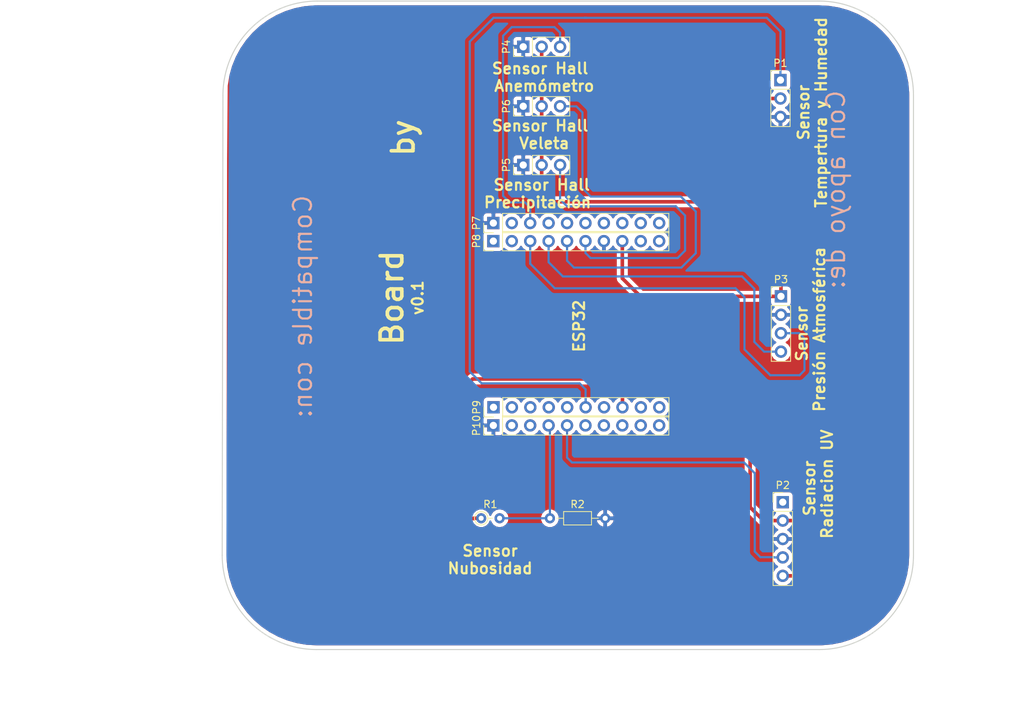
<source format=kicad_pcb>
(kicad_pcb (version 20171130) (host pcbnew "(5.0.1)-4")

  (general
    (thickness 1.6)
    (drawings 36)
    (tracks 133)
    (zones 0)
    (modules 12)
    (nets 40)
  )

  (page A4)
  (title_block
    (title "Meteorito Board")
    (date 2018-11-12)
    (rev 0.1)
    (company "Electronic Cats")
    (comment 1 "Diego Armadillo")
    (comment 2 "Andres Sabas")
  )

  (layers
    (0 F.Cu signal hide)
    (31 B.Cu signal)
    (32 B.Adhes user)
    (33 F.Adhes user)
    (34 B.Paste user)
    (35 F.Paste user)
    (36 B.SilkS user)
    (37 F.SilkS user)
    (38 B.Mask user)
    (39 F.Mask user)
    (40 Dwgs.User user)
    (41 Cmts.User user)
    (42 Eco1.User user)
    (43 Eco2.User user)
    (44 Edge.Cuts user)
    (45 Margin user)
    (46 B.CrtYd user)
    (47 F.CrtYd user)
    (48 B.Fab user)
    (49 F.Fab user)
  )

  (setup
    (last_trace_width 0.3)
    (trace_clearance 0.2)
    (zone_clearance 0.508)
    (zone_45_only no)
    (trace_min 0.2)
    (segment_width 0.2)
    (edge_width 0.15)
    (via_size 0.6)
    (via_drill 0.4)
    (via_min_size 0.4)
    (via_min_drill 0.3)
    (uvia_size 0.3)
    (uvia_drill 0.1)
    (uvias_allowed no)
    (uvia_min_size 0.2)
    (uvia_min_drill 0.1)
    (pcb_text_width 0.3)
    (pcb_text_size 1.5 1.5)
    (mod_edge_width 0.15)
    (mod_text_size 1 1)
    (mod_text_width 0.15)
    (pad_size 1.524 1.524)
    (pad_drill 0.762)
    (pad_to_mask_clearance 0.2)
    (solder_mask_min_width 0.25)
    (aux_axis_origin 0 0)
    (visible_elements 7FFFFFFF)
    (pcbplotparams
      (layerselection 0x010f0_ffffffff)
      (usegerberextensions true)
      (usegerberattributes false)
      (usegerberadvancedattributes false)
      (creategerberjobfile false)
      (excludeedgelayer true)
      (linewidth 0.100000)
      (plotframeref false)
      (viasonmask false)
      (mode 1)
      (useauxorigin false)
      (hpglpennumber 1)
      (hpglpenspeed 20)
      (hpglpendiameter 15.000000)
      (psnegative false)
      (psa4output false)
      (plotreference true)
      (plotvalue true)
      (plotinvisibletext false)
      (padsonsilk false)
      (subtractmaskfromsilk false)
      (outputformat 1)
      (mirror false)
      (drillshape 0)
      (scaleselection 1)
      (outputdirectory "gerbers_meteorito_v01/"))
  )

  (net 0 "")
  (net 1 /IO23)
  (net 2 +5V)
  (net 3 GND)
  (net 4 /IO27)
  (net 5 /IO22)
  (net 6 /IO21)
  (net 7 /IO25)
  (net 8 /IO17)
  (net 9 /IO16)
  (net 10 /CLK)
  (net 11 /SD1)
  (net 12 /IO2)
  (net 13 "Net-(P7-Pad7)")
  (net 14 /IO4)
  (net 15 /TDI)
  (net 16 /IO32)
  (net 17 /TXD)
  (net 18 /RXD)
  (net 19 /TD0)
  (net 20 /SD0)
  (net 21 /RST)
  (net 22 /SVP)
  (net 23 "Net-(P9-Pad3)")
  (net 24 "Net-(P9-Pad4)")
  (net 25 "Net-(P9-Pad5)")
  (net 26 /IO5)
  (net 27 /SD3)
  (net 28 /CMD)
  (net 29 /SD2)
  (net 30 /TMS)
  (net 31 /IO34)
  (net 32 /IO33)
  (net 33 /IO35)
  (net 34 /SVN)
  (net 35 +3V3)
  (net 36 /IO13)
  (net 37 "Net-(P10-Pad8)")
  (net 38 "Net-(P10-Pad2)")
  (net 39 "Net-(P2-Pad1)")

  (net_class Default "Esta es la clase de red por defecto."
    (clearance 0.2)
    (trace_width 0.3)
    (via_dia 0.6)
    (via_drill 0.4)
    (uvia_dia 0.3)
    (uvia_drill 0.1)
    (add_net /CLK)
    (add_net /CMD)
    (add_net /IO13)
    (add_net /IO16)
    (add_net /IO17)
    (add_net /IO2)
    (add_net /IO21)
    (add_net /IO22)
    (add_net /IO23)
    (add_net /IO25)
    (add_net /IO27)
    (add_net /IO32)
    (add_net /IO33)
    (add_net /IO34)
    (add_net /IO35)
    (add_net /IO4)
    (add_net /IO5)
    (add_net /RST)
    (add_net /RXD)
    (add_net /SD0)
    (add_net /SD1)
    (add_net /SD2)
    (add_net /SD3)
    (add_net /SVN)
    (add_net /SVP)
    (add_net /TD0)
    (add_net /TDI)
    (add_net /TMS)
    (add_net /TXD)
    (add_net "Net-(P10-Pad2)")
    (add_net "Net-(P10-Pad8)")
    (add_net "Net-(P2-Pad1)")
    (add_net "Net-(P7-Pad7)")
    (add_net "Net-(P9-Pad3)")
    (add_net "Net-(P9-Pad4)")
    (add_net "Net-(P9-Pad5)")
  )

  (net_class Voltaje ""
    (clearance 0.2)
    (trace_width 0.5)
    (via_dia 0.6)
    (via_drill 0.4)
    (uvia_dia 0.3)
    (uvia_drill 0.1)
    (add_net +3V3)
    (add_net +5V)
    (add_net GND)
  )

  (module Connector_PinHeader_2.54mm:PinHeader_1x03_P2.54mm_Vertical (layer F.Cu) (tedit 59FED5CC) (tstamp 5BD8DC44)
    (at 81.2 62 90)
    (descr "Through hole straight pin header, 1x03, 2.54mm pitch, single row")
    (tags "Through hole pin header THT 1x03 2.54mm single row")
    (path /5BA1EA80)
    (fp_text reference P4 (at 0 -2.33 90) (layer F.SilkS)
      (effects (font (size 1 1) (thickness 0.15)))
    )
    (fp_text value Hall (at 0 7.41 90) (layer F.Fab)
      (effects (font (size 1 1) (thickness 0.15)))
    )
    (fp_line (start -0.635 -1.27) (end 1.27 -1.27) (layer F.Fab) (width 0.1))
    (fp_line (start 1.27 -1.27) (end 1.27 6.35) (layer F.Fab) (width 0.1))
    (fp_line (start 1.27 6.35) (end -1.27 6.35) (layer F.Fab) (width 0.1))
    (fp_line (start -1.27 6.35) (end -1.27 -0.635) (layer F.Fab) (width 0.1))
    (fp_line (start -1.27 -0.635) (end -0.635 -1.27) (layer F.Fab) (width 0.1))
    (fp_line (start -1.33 6.41) (end 1.33 6.41) (layer F.SilkS) (width 0.12))
    (fp_line (start -1.33 1.27) (end -1.33 6.41) (layer F.SilkS) (width 0.12))
    (fp_line (start 1.33 1.27) (end 1.33 6.41) (layer F.SilkS) (width 0.12))
    (fp_line (start -1.33 1.27) (end 1.33 1.27) (layer F.SilkS) (width 0.12))
    (fp_line (start -1.33 0) (end -1.33 -1.33) (layer F.SilkS) (width 0.12))
    (fp_line (start -1.33 -1.33) (end 0 -1.33) (layer F.SilkS) (width 0.12))
    (fp_line (start -1.8 -1.8) (end -1.8 6.85) (layer F.CrtYd) (width 0.05))
    (fp_line (start -1.8 6.85) (end 1.8 6.85) (layer F.CrtYd) (width 0.05))
    (fp_line (start 1.8 6.85) (end 1.8 -1.8) (layer F.CrtYd) (width 0.05))
    (fp_line (start 1.8 -1.8) (end -1.8 -1.8) (layer F.CrtYd) (width 0.05))
    (fp_text user %R (at 0 2.54 180) (layer F.Fab)
      (effects (font (size 1 1) (thickness 0.15)))
    )
    (pad 1 thru_hole rect (at 0 0 90) (size 1.7 1.7) (drill 1) (layers *.Cu *.Mask)
      (net 3 GND))
    (pad 2 thru_hole oval (at 0 2.54 90) (size 1.7 1.7) (drill 1) (layers *.Cu *.Mask)
      (net 2 +5V))
    (pad 3 thru_hole oval (at 0 5.08 90) (size 1.7 1.7) (drill 1) (layers *.Cu *.Mask)
      (net 7 /IO25))
    (model ${KISYS3DMOD}/Connector_PinHeader_2.54mm.3dshapes/PinHeader_1x03_P2.54mm_Vertical.wrl
      (at (xyz 0 0 0))
      (scale (xyz 1 1 1))
      (rotate (xyz 0 0 0))
    )
  )

  (module Connector_PinHeader_2.54mm:PinHeader_1x03_P2.54mm_Vertical (layer F.Cu) (tedit 59FED5CC) (tstamp 5C9FE0EF)
    (at 116.66 66.59)
    (descr "Through hole straight pin header, 1x03, 2.54mm pitch, single row")
    (tags "Through hole pin header THT 1x03 2.54mm single row")
    (path /5973B1A0)
    (fp_text reference P1 (at 0 -2.33) (layer F.SilkS)
      (effects (font (size 1 1) (thickness 0.15)))
    )
    (fp_text value DH22 (at 0 7.41) (layer F.Fab)
      (effects (font (size 1 1) (thickness 0.15)))
    )
    (fp_line (start -0.635 -1.27) (end 1.27 -1.27) (layer F.Fab) (width 0.1))
    (fp_line (start 1.27 -1.27) (end 1.27 6.35) (layer F.Fab) (width 0.1))
    (fp_line (start 1.27 6.35) (end -1.27 6.35) (layer F.Fab) (width 0.1))
    (fp_line (start -1.27 6.35) (end -1.27 -0.635) (layer F.Fab) (width 0.1))
    (fp_line (start -1.27 -0.635) (end -0.635 -1.27) (layer F.Fab) (width 0.1))
    (fp_line (start -1.33 6.41) (end 1.33 6.41) (layer F.SilkS) (width 0.12))
    (fp_line (start -1.33 1.27) (end -1.33 6.41) (layer F.SilkS) (width 0.12))
    (fp_line (start 1.33 1.27) (end 1.33 6.41) (layer F.SilkS) (width 0.12))
    (fp_line (start -1.33 1.27) (end 1.33 1.27) (layer F.SilkS) (width 0.12))
    (fp_line (start -1.33 0) (end -1.33 -1.33) (layer F.SilkS) (width 0.12))
    (fp_line (start -1.33 -1.33) (end 0 -1.33) (layer F.SilkS) (width 0.12))
    (fp_line (start -1.8 -1.8) (end -1.8 6.85) (layer F.CrtYd) (width 0.05))
    (fp_line (start -1.8 6.85) (end 1.8 6.85) (layer F.CrtYd) (width 0.05))
    (fp_line (start 1.8 6.85) (end 1.8 -1.8) (layer F.CrtYd) (width 0.05))
    (fp_line (start 1.8 -1.8) (end -1.8 -1.8) (layer F.CrtYd) (width 0.05))
    (fp_text user %R (at 0 2.54 90) (layer F.Fab)
      (effects (font (size 1 1) (thickness 0.15)))
    )
    (pad 1 thru_hole rect (at 0 0) (size 1.7 1.7) (drill 1) (layers *.Cu *.Mask)
      (net 1 /IO23))
    (pad 2 thru_hole oval (at 0 2.54) (size 1.7 1.7) (drill 1) (layers *.Cu *.Mask)
      (net 2 +5V))
    (pad 3 thru_hole oval (at 0 5.08) (size 1.7 1.7) (drill 1) (layers *.Cu *.Mask)
      (net 3 GND))
    (model ${KISYS3DMOD}/Connector_PinHeader_2.54mm.3dshapes/PinHeader_1x03_P2.54mm_Vertical.wrl
      (at (xyz 0 0 0))
      (scale (xyz 1 1 1))
      (rotate (xyz 0 0 0))
    )
  )

  (module Connector_PinHeader_2.54mm:PinHeader_1x04_P2.54mm_Vertical (layer F.Cu) (tedit 59FED5CC) (tstamp 5C9CF34C)
    (at 116.73 96.41)
    (descr "Through hole straight pin header, 1x04, 2.54mm pitch, single row")
    (tags "Through hole pin header THT 1x04 2.54mm single row")
    (path /5973B1FD)
    (fp_text reference P3 (at 0 -2.33) (layer F.SilkS)
      (effects (font (size 1 1) (thickness 0.15)))
    )
    (fp_text value BMP180 (at 0 9.95) (layer F.Fab)
      (effects (font (size 1 1) (thickness 0.15)))
    )
    (fp_line (start -0.635 -1.27) (end 1.27 -1.27) (layer F.Fab) (width 0.1))
    (fp_line (start 1.27 -1.27) (end 1.27 8.89) (layer F.Fab) (width 0.1))
    (fp_line (start 1.27 8.89) (end -1.27 8.89) (layer F.Fab) (width 0.1))
    (fp_line (start -1.27 8.89) (end -1.27 -0.635) (layer F.Fab) (width 0.1))
    (fp_line (start -1.27 -0.635) (end -0.635 -1.27) (layer F.Fab) (width 0.1))
    (fp_line (start -1.33 8.95) (end 1.33 8.95) (layer F.SilkS) (width 0.12))
    (fp_line (start -1.33 1.27) (end -1.33 8.95) (layer F.SilkS) (width 0.12))
    (fp_line (start 1.33 1.27) (end 1.33 8.95) (layer F.SilkS) (width 0.12))
    (fp_line (start -1.33 1.27) (end 1.33 1.27) (layer F.SilkS) (width 0.12))
    (fp_line (start -1.33 0) (end -1.33 -1.33) (layer F.SilkS) (width 0.12))
    (fp_line (start -1.33 -1.33) (end 0 -1.33) (layer F.SilkS) (width 0.12))
    (fp_line (start -1.8 -1.8) (end -1.8 9.4) (layer F.CrtYd) (width 0.05))
    (fp_line (start -1.8 9.4) (end 1.8 9.4) (layer F.CrtYd) (width 0.05))
    (fp_line (start 1.8 9.4) (end 1.8 -1.8) (layer F.CrtYd) (width 0.05))
    (fp_line (start 1.8 -1.8) (end -1.8 -1.8) (layer F.CrtYd) (width 0.05))
    (fp_text user %R (at 0 3.81 90) (layer F.Fab)
      (effects (font (size 1 1) (thickness 0.15)))
    )
    (pad 1 thru_hole rect (at 0 0) (size 1.7 1.7) (drill 1) (layers *.Cu *.Mask)
      (net 2 +5V))
    (pad 2 thru_hole oval (at 0 2.54) (size 1.7 1.7) (drill 1) (layers *.Cu *.Mask)
      (net 3 GND))
    (pad 3 thru_hole oval (at 0 5.08) (size 1.7 1.7) (drill 1) (layers *.Cu *.Mask)
      (net 5 /IO22))
    (pad 4 thru_hole oval (at 0 7.62) (size 1.7 1.7) (drill 1) (layers *.Cu *.Mask)
      (net 6 /IO21))
    (model ${KISYS3DMOD}/Connector_PinHeader_2.54mm.3dshapes/PinHeader_1x04_P2.54mm_Vertical.wrl
      (at (xyz 0 0 0))
      (scale (xyz 1 1 1))
      (rotate (xyz 0 0 0))
    )
  )

  (module Connector_PinHeader_2.54mm:PinHeader_1x05_P2.54mm_Vertical (layer F.Cu) (tedit 59FED5CC) (tstamp 5C9CF334)
    (at 116.98 124.78)
    (descr "Through hole straight pin header, 1x05, 2.54mm pitch, single row")
    (tags "Through hole pin header THT 1x05 2.54mm single row")
    (path /5973BC79)
    (fp_text reference P2 (at 0 -2.33) (layer F.SilkS)
      (effects (font (size 1 1) (thickness 0.15)))
    )
    (fp_text value GY-ML8511 (at 0 12.49) (layer F.Fab)
      (effects (font (size 1 1) (thickness 0.15)))
    )
    (fp_line (start -0.635 -1.27) (end 1.27 -1.27) (layer F.Fab) (width 0.1))
    (fp_line (start 1.27 -1.27) (end 1.27 11.43) (layer F.Fab) (width 0.1))
    (fp_line (start 1.27 11.43) (end -1.27 11.43) (layer F.Fab) (width 0.1))
    (fp_line (start -1.27 11.43) (end -1.27 -0.635) (layer F.Fab) (width 0.1))
    (fp_line (start -1.27 -0.635) (end -0.635 -1.27) (layer F.Fab) (width 0.1))
    (fp_line (start -1.33 11.49) (end 1.33 11.49) (layer F.SilkS) (width 0.12))
    (fp_line (start -1.33 1.27) (end -1.33 11.49) (layer F.SilkS) (width 0.12))
    (fp_line (start 1.33 1.27) (end 1.33 11.49) (layer F.SilkS) (width 0.12))
    (fp_line (start -1.33 1.27) (end 1.33 1.27) (layer F.SilkS) (width 0.12))
    (fp_line (start -1.33 0) (end -1.33 -1.33) (layer F.SilkS) (width 0.12))
    (fp_line (start -1.33 -1.33) (end 0 -1.33) (layer F.SilkS) (width 0.12))
    (fp_line (start -1.8 -1.8) (end -1.8 11.95) (layer F.CrtYd) (width 0.05))
    (fp_line (start -1.8 11.95) (end 1.8 11.95) (layer F.CrtYd) (width 0.05))
    (fp_line (start 1.8 11.95) (end 1.8 -1.8) (layer F.CrtYd) (width 0.05))
    (fp_line (start 1.8 -1.8) (end -1.8 -1.8) (layer F.CrtYd) (width 0.05))
    (fp_text user %R (at 0 5.08 90) (layer F.Fab)
      (effects (font (size 1 1) (thickness 0.15)))
    )
    (pad 1 thru_hole rect (at 0 0) (size 1.7 1.7) (drill 1) (layers *.Cu *.Mask)
      (net 39 "Net-(P2-Pad1)"))
    (pad 2 thru_hole oval (at 0 2.54) (size 1.7 1.7) (drill 1) (layers *.Cu *.Mask)
      (net 35 +3V3))
    (pad 3 thru_hole oval (at 0 5.08) (size 1.7 1.7) (drill 1) (layers *.Cu *.Mask)
      (net 3 GND))
    (pad 4 thru_hole oval (at 0 7.62) (size 1.7 1.7) (drill 1) (layers *.Cu *.Mask)
      (net 32 /IO33))
    (pad 5 thru_hole oval (at 0 10.16) (size 1.7 1.7) (drill 1) (layers *.Cu *.Mask)
      (net 35 +3V3))
    (model ${KISYS3DMOD}/Connector_PinHeader_2.54mm.3dshapes/PinHeader_1x05_P2.54mm_Vertical.wrl
      (at (xyz 0 0 0))
      (scale (xyz 1 1 1))
      (rotate (xyz 0 0 0))
    )
  )

  (module Connector_PinHeader_2.54mm:PinHeader_1x03_P2.54mm_Vertical (layer F.Cu) (tedit 59FED5CC) (tstamp 5BD7C1EC)
    (at 81.2 70.2 90)
    (descr "Through hole straight pin header, 1x03, 2.54mm pitch, single row")
    (tags "Through hole pin header THT 1x03 2.54mm single row")
    (path /5B9C7F56)
    (fp_text reference P6 (at 0 -2.33 90) (layer F.SilkS)
      (effects (font (size 1 1) (thickness 0.15)))
    )
    (fp_text value Hall (at 0 7.41 90) (layer F.Fab)
      (effects (font (size 1 1) (thickness 0.15)))
    )
    (fp_line (start -0.635 -1.27) (end 1.27 -1.27) (layer F.Fab) (width 0.1))
    (fp_line (start 1.27 -1.27) (end 1.27 6.35) (layer F.Fab) (width 0.1))
    (fp_line (start 1.27 6.35) (end -1.27 6.35) (layer F.Fab) (width 0.1))
    (fp_line (start -1.27 6.35) (end -1.27 -0.635) (layer F.Fab) (width 0.1))
    (fp_line (start -1.27 -0.635) (end -0.635 -1.27) (layer F.Fab) (width 0.1))
    (fp_line (start -1.33 6.41) (end 1.33 6.41) (layer F.SilkS) (width 0.12))
    (fp_line (start -1.33 1.27) (end -1.33 6.41) (layer F.SilkS) (width 0.12))
    (fp_line (start 1.33 1.27) (end 1.33 6.41) (layer F.SilkS) (width 0.12))
    (fp_line (start -1.33 1.27) (end 1.33 1.27) (layer F.SilkS) (width 0.12))
    (fp_line (start -1.33 0) (end -1.33 -1.33) (layer F.SilkS) (width 0.12))
    (fp_line (start -1.33 -1.33) (end 0 -1.33) (layer F.SilkS) (width 0.12))
    (fp_line (start -1.8 -1.8) (end -1.8 6.85) (layer F.CrtYd) (width 0.05))
    (fp_line (start -1.8 6.85) (end 1.8 6.85) (layer F.CrtYd) (width 0.05))
    (fp_line (start 1.8 6.85) (end 1.8 -1.8) (layer F.CrtYd) (width 0.05))
    (fp_line (start 1.8 -1.8) (end -1.8 -1.8) (layer F.CrtYd) (width 0.05))
    (fp_text user %R (at 0 2.54 180) (layer F.Fab)
      (effects (font (size 1 1) (thickness 0.15)))
    )
    (pad 1 thru_hole rect (at 0 0 90) (size 1.7 1.7) (drill 1) (layers *.Cu *.Mask)
      (net 3 GND))
    (pad 2 thru_hole oval (at 0 2.54 90) (size 1.7 1.7) (drill 1) (layers *.Cu *.Mask)
      (net 2 +5V))
    (pad 3 thru_hole oval (at 0 5.08 90) (size 1.7 1.7) (drill 1) (layers *.Cu *.Mask)
      (net 8 /IO17))
    (model ${KISYS3DMOD}/Connector_PinHeader_2.54mm.3dshapes/PinHeader_1x03_P2.54mm_Vertical.wrl
      (at (xyz 0 0 0))
      (scale (xyz 1 1 1))
      (rotate (xyz 0 0 0))
    )
  )

  (module Connector_PinHeader_2.54mm:PinHeader_1x10_P2.54mm_Vertical (layer F.Cu) (tedit 59FED5CC) (tstamp 5BD3A5A9)
    (at 77.08 86.3 90)
    (descr "Through hole straight pin header, 1x10, 2.54mm pitch, single row")
    (tags "Through hole pin header THT 1x10 2.54mm single row")
    (path /5B3AD073)
    (fp_text reference P7 (at 0 -2.33 90) (layer F.SilkS)
      (effects (font (size 1 1) (thickness 0.15)))
    )
    (fp_text value CONN_01X10 (at 0 25.19 90) (layer F.Fab)
      (effects (font (size 1 1) (thickness 0.15)))
    )
    (fp_text user %R (at 0 11.43 180) (layer F.Fab)
      (effects (font (size 1 1) (thickness 0.15)))
    )
    (fp_line (start 1.8 -1.8) (end -1.8 -1.8) (layer F.CrtYd) (width 0.05))
    (fp_line (start 1.8 24.65) (end 1.8 -1.8) (layer F.CrtYd) (width 0.05))
    (fp_line (start -1.8 24.65) (end 1.8 24.65) (layer F.CrtYd) (width 0.05))
    (fp_line (start -1.8 -1.8) (end -1.8 24.65) (layer F.CrtYd) (width 0.05))
    (fp_line (start -1.33 -1.33) (end 0 -1.33) (layer F.SilkS) (width 0.12))
    (fp_line (start -1.33 0) (end -1.33 -1.33) (layer F.SilkS) (width 0.12))
    (fp_line (start -1.33 1.27) (end 1.33 1.27) (layer F.SilkS) (width 0.12))
    (fp_line (start 1.33 1.27) (end 1.33 24.19) (layer F.SilkS) (width 0.12))
    (fp_line (start -1.33 1.27) (end -1.33 24.19) (layer F.SilkS) (width 0.12))
    (fp_line (start -1.33 24.19) (end 1.33 24.19) (layer F.SilkS) (width 0.12))
    (fp_line (start -1.27 -0.635) (end -0.635 -1.27) (layer F.Fab) (width 0.1))
    (fp_line (start -1.27 24.13) (end -1.27 -0.635) (layer F.Fab) (width 0.1))
    (fp_line (start 1.27 24.13) (end -1.27 24.13) (layer F.Fab) (width 0.1))
    (fp_line (start 1.27 -1.27) (end 1.27 24.13) (layer F.Fab) (width 0.1))
    (fp_line (start -0.635 -1.27) (end 1.27 -1.27) (layer F.Fab) (width 0.1))
    (pad 10 thru_hole oval (at 0 22.86 90) (size 1.7 1.7) (drill 1) (layers *.Cu *.Mask)
      (net 10 /CLK))
    (pad 9 thru_hole oval (at 0 20.32 90) (size 1.7 1.7) (drill 1) (layers *.Cu *.Mask)
      (net 11 /SD1))
    (pad 8 thru_hole oval (at 0 17.78 90) (size 1.7 1.7) (drill 1) (layers *.Cu *.Mask)
      (net 12 /IO2))
    (pad 7 thru_hole oval (at 0 15.24 90) (size 1.7 1.7) (drill 1) (layers *.Cu *.Mask)
      (net 13 "Net-(P7-Pad7)"))
    (pad 6 thru_hole oval (at 0 12.7 90) (size 1.7 1.7) (drill 1) (layers *.Cu *.Mask)
      (net 14 /IO4))
    (pad 5 thru_hole oval (at 0 10.16 90) (size 1.7 1.7) (drill 1) (layers *.Cu *.Mask)
      (net 15 /TDI))
    (pad 4 thru_hole oval (at 0 7.62 90) (size 1.7 1.7) (drill 1) (layers *.Cu *.Mask)
      (net 16 /IO32))
    (pad 3 thru_hole oval (at 0 5.08 90) (size 1.7 1.7) (drill 1) (layers *.Cu *.Mask)
      (net 7 /IO25))
    (pad 2 thru_hole oval (at 0 2.54 90) (size 1.7 1.7) (drill 1) (layers *.Cu *.Mask)
      (net 4 /IO27))
    (pad 1 thru_hole rect (at 0 0 90) (size 1.7 1.7) (drill 1) (layers *.Cu *.Mask)
      (net 3 GND))
    (model ${KISYS3DMOD}/Connector_PinHeader_2.54mm.3dshapes/PinHeader_1x10_P2.54mm_Vertical.wrl
      (at (xyz 0 0 0))
      (scale (xyz 1 1 1))
      (rotate (xyz 0 0 0))
    )
  )

  (module Connector_PinHeader_2.54mm:PinHeader_1x10_P2.54mm_Vertical (layer F.Cu) (tedit 59FED5CC) (tstamp 5BD8103C)
    (at 77.08 88.79 90)
    (descr "Through hole straight pin header, 1x10, 2.54mm pitch, single row")
    (tags "Through hole pin header THT 1x10 2.54mm single row")
    (path /5B3ACF92)
    (fp_text reference P8 (at 0 -2.33 90) (layer F.SilkS)
      (effects (font (size 1 1) (thickness 0.15)))
    )
    (fp_text value CONN_01X10 (at 0 25.19 90) (layer F.Fab)
      (effects (font (size 1 1) (thickness 0.15)))
    )
    (fp_line (start -0.635 -1.27) (end 1.27 -1.27) (layer F.Fab) (width 0.1))
    (fp_line (start 1.27 -1.27) (end 1.27 24.13) (layer F.Fab) (width 0.1))
    (fp_line (start 1.27 24.13) (end -1.27 24.13) (layer F.Fab) (width 0.1))
    (fp_line (start -1.27 24.13) (end -1.27 -0.635) (layer F.Fab) (width 0.1))
    (fp_line (start -1.27 -0.635) (end -0.635 -1.27) (layer F.Fab) (width 0.1))
    (fp_line (start -1.33 24.19) (end 1.33 24.19) (layer F.SilkS) (width 0.12))
    (fp_line (start -1.33 1.27) (end -1.33 24.19) (layer F.SilkS) (width 0.12))
    (fp_line (start 1.33 1.27) (end 1.33 24.19) (layer F.SilkS) (width 0.12))
    (fp_line (start -1.33 1.27) (end 1.33 1.27) (layer F.SilkS) (width 0.12))
    (fp_line (start -1.33 0) (end -1.33 -1.33) (layer F.SilkS) (width 0.12))
    (fp_line (start -1.33 -1.33) (end 0 -1.33) (layer F.SilkS) (width 0.12))
    (fp_line (start -1.8 -1.8) (end -1.8 24.65) (layer F.CrtYd) (width 0.05))
    (fp_line (start -1.8 24.65) (end 1.8 24.65) (layer F.CrtYd) (width 0.05))
    (fp_line (start 1.8 24.65) (end 1.8 -1.8) (layer F.CrtYd) (width 0.05))
    (fp_line (start 1.8 -1.8) (end -1.8 -1.8) (layer F.CrtYd) (width 0.05))
    (fp_text user %R (at 0 11.43 180) (layer F.Fab)
      (effects (font (size 1 1) (thickness 0.15)))
    )
    (pad 1 thru_hole rect (at 0 0 90) (size 1.7 1.7) (drill 1) (layers *.Cu *.Mask)
      (net 17 /TXD))
    (pad 2 thru_hole oval (at 0 2.54 90) (size 1.7 1.7) (drill 1) (layers *.Cu *.Mask)
      (net 18 /RXD))
    (pad 3 thru_hole oval (at 0 5.08 90) (size 1.7 1.7) (drill 1) (layers *.Cu *.Mask)
      (net 5 /IO22))
    (pad 4 thru_hole oval (at 0 7.62 90) (size 1.7 1.7) (drill 1) (layers *.Cu *.Mask)
      (net 6 /IO21))
    (pad 5 thru_hole oval (at 0 10.16 90) (size 1.7 1.7) (drill 1) (layers *.Cu *.Mask)
      (net 8 /IO17))
    (pad 6 thru_hole oval (at 0 12.7 90) (size 1.7 1.7) (drill 1) (layers *.Cu *.Mask)
      (net 9 /IO16))
    (pad 7 thru_hole oval (at 0 15.24 90) (size 1.7 1.7) (drill 1) (layers *.Cu *.Mask)
      (net 3 GND))
    (pad 8 thru_hole oval (at 0 17.78 90) (size 1.7 1.7) (drill 1) (layers *.Cu *.Mask)
      (net 2 +5V))
    (pad 9 thru_hole oval (at 0 20.32 90) (size 1.7 1.7) (drill 1) (layers *.Cu *.Mask)
      (net 19 /TD0))
    (pad 10 thru_hole oval (at 0 22.86 90) (size 1.7 1.7) (drill 1) (layers *.Cu *.Mask)
      (net 20 /SD0))
    (model ${KISYS3DMOD}/Connector_PinHeader_2.54mm.3dshapes/PinHeader_1x10_P2.54mm_Vertical.wrl
      (at (xyz 0 0 0))
      (scale (xyz 1 1 1))
      (rotate (xyz 0 0 0))
    )
  )

  (module Connector_PinHeader_2.54mm:PinHeader_1x10_P2.54mm_Vertical (layer F.Cu) (tedit 59FED5CC) (tstamp 5BD3A5E5)
    (at 77.1 111.7 90)
    (descr "Through hole straight pin header, 1x10, 2.54mm pitch, single row")
    (tags "Through hole pin header THT 1x10 2.54mm single row")
    (path /5B3AD0C5)
    (fp_text reference P9 (at 0 -2.33 90) (layer F.SilkS)
      (effects (font (size 1 1) (thickness 0.15)))
    )
    (fp_text value CONN_01X10 (at 0 25.19 90) (layer F.Fab)
      (effects (font (size 1 1) (thickness 0.15)))
    )
    (fp_line (start -0.635 -1.27) (end 1.27 -1.27) (layer F.Fab) (width 0.1))
    (fp_line (start 1.27 -1.27) (end 1.27 24.13) (layer F.Fab) (width 0.1))
    (fp_line (start 1.27 24.13) (end -1.27 24.13) (layer F.Fab) (width 0.1))
    (fp_line (start -1.27 24.13) (end -1.27 -0.635) (layer F.Fab) (width 0.1))
    (fp_line (start -1.27 -0.635) (end -0.635 -1.27) (layer F.Fab) (width 0.1))
    (fp_line (start -1.33 24.19) (end 1.33 24.19) (layer F.SilkS) (width 0.12))
    (fp_line (start -1.33 1.27) (end -1.33 24.19) (layer F.SilkS) (width 0.12))
    (fp_line (start 1.33 1.27) (end 1.33 24.19) (layer F.SilkS) (width 0.12))
    (fp_line (start -1.33 1.27) (end 1.33 1.27) (layer F.SilkS) (width 0.12))
    (fp_line (start -1.33 0) (end -1.33 -1.33) (layer F.SilkS) (width 0.12))
    (fp_line (start -1.33 -1.33) (end 0 -1.33) (layer F.SilkS) (width 0.12))
    (fp_line (start -1.8 -1.8) (end -1.8 24.65) (layer F.CrtYd) (width 0.05))
    (fp_line (start -1.8 24.65) (end 1.8 24.65) (layer F.CrtYd) (width 0.05))
    (fp_line (start 1.8 24.65) (end 1.8 -1.8) (layer F.CrtYd) (width 0.05))
    (fp_line (start 1.8 -1.8) (end -1.8 -1.8) (layer F.CrtYd) (width 0.05))
    (fp_text user %R (at 0 11.43 180) (layer F.Fab)
      (effects (font (size 1 1) (thickness 0.15)))
    )
    (pad 1 thru_hole rect (at 0 0 90) (size 1.7 1.7) (drill 1) (layers *.Cu *.Mask)
      (net 21 /RST))
    (pad 2 thru_hole oval (at 0 2.54 90) (size 1.7 1.7) (drill 1) (layers *.Cu *.Mask)
      (net 22 /SVP))
    (pad 3 thru_hole oval (at 0 5.08 90) (size 1.7 1.7) (drill 1) (layers *.Cu *.Mask)
      (net 23 "Net-(P9-Pad3)"))
    (pad 4 thru_hole oval (at 0 7.62 90) (size 1.7 1.7) (drill 1) (layers *.Cu *.Mask)
      (net 24 "Net-(P9-Pad4)"))
    (pad 5 thru_hole oval (at 0 10.16 90) (size 1.7 1.7) (drill 1) (layers *.Cu *.Mask)
      (net 25 "Net-(P9-Pad5)"))
    (pad 6 thru_hole oval (at 0 12.7 90) (size 1.7 1.7) (drill 1) (layers *.Cu *.Mask)
      (net 1 /IO23))
    (pad 7 thru_hole oval (at 0 15.24 90) (size 1.7 1.7) (drill 1) (layers *.Cu *.Mask)
      (net 26 /IO5))
    (pad 8 thru_hole oval (at 0 17.78 90) (size 1.7 1.7) (drill 1) (layers *.Cu *.Mask)
      (net 35 +3V3))
    (pad 9 thru_hole oval (at 0 20.32 90) (size 1.7 1.7) (drill 1) (layers *.Cu *.Mask)
      (net 36 /IO13))
    (pad 10 thru_hole oval (at 0 22.86 90) (size 1.7 1.7) (drill 1) (layers *.Cu *.Mask)
      (net 27 /SD3))
    (model ${KISYS3DMOD}/Connector_PinHeader_2.54mm.3dshapes/PinHeader_1x10_P2.54mm_Vertical.wrl
      (at (xyz 0 0 0))
      (scale (xyz 1 1 1))
      (rotate (xyz 0 0 0))
    )
  )

  (module Connector_PinHeader_2.54mm:PinHeader_1x10_P2.54mm_Vertical (layer F.Cu) (tedit 59FED5CC) (tstamp 5BD3A603)
    (at 77.08 114.2 90)
    (descr "Through hole straight pin header, 1x10, 2.54mm pitch, single row")
    (tags "Through hole pin header THT 1x10 2.54mm single row")
    (path /5B3AD12E)
    (fp_text reference P10 (at 0 -2.33 90) (layer F.SilkS)
      (effects (font (size 1 1) (thickness 0.15)))
    )
    (fp_text value CONN_01X10 (at 0 25.19 90) (layer F.Fab)
      (effects (font (size 1 1) (thickness 0.15)))
    )
    (fp_text user %R (at 0 11.43 180) (layer F.Fab)
      (effects (font (size 1 1) (thickness 0.15)))
    )
    (fp_line (start 1.8 -1.8) (end -1.8 -1.8) (layer F.CrtYd) (width 0.05))
    (fp_line (start 1.8 24.65) (end 1.8 -1.8) (layer F.CrtYd) (width 0.05))
    (fp_line (start -1.8 24.65) (end 1.8 24.65) (layer F.CrtYd) (width 0.05))
    (fp_line (start -1.8 -1.8) (end -1.8 24.65) (layer F.CrtYd) (width 0.05))
    (fp_line (start -1.33 -1.33) (end 0 -1.33) (layer F.SilkS) (width 0.12))
    (fp_line (start -1.33 0) (end -1.33 -1.33) (layer F.SilkS) (width 0.12))
    (fp_line (start -1.33 1.27) (end 1.33 1.27) (layer F.SilkS) (width 0.12))
    (fp_line (start 1.33 1.27) (end 1.33 24.19) (layer F.SilkS) (width 0.12))
    (fp_line (start -1.33 1.27) (end -1.33 24.19) (layer F.SilkS) (width 0.12))
    (fp_line (start -1.33 24.19) (end 1.33 24.19) (layer F.SilkS) (width 0.12))
    (fp_line (start -1.27 -0.635) (end -0.635 -1.27) (layer F.Fab) (width 0.1))
    (fp_line (start -1.27 24.13) (end -1.27 -0.635) (layer F.Fab) (width 0.1))
    (fp_line (start 1.27 24.13) (end -1.27 24.13) (layer F.Fab) (width 0.1))
    (fp_line (start 1.27 -1.27) (end 1.27 24.13) (layer F.Fab) (width 0.1))
    (fp_line (start -0.635 -1.27) (end 1.27 -1.27) (layer F.Fab) (width 0.1))
    (pad 10 thru_hole oval (at 0 22.86 90) (size 1.7 1.7) (drill 1) (layers *.Cu *.Mask)
      (net 28 /CMD))
    (pad 9 thru_hole oval (at 0 20.32 90) (size 1.7 1.7) (drill 1) (layers *.Cu *.Mask)
      (net 29 /SD2))
    (pad 8 thru_hole oval (at 0 17.78 90) (size 1.7 1.7) (drill 1) (layers *.Cu *.Mask)
      (net 37 "Net-(P10-Pad8)"))
    (pad 7 thru_hole oval (at 0 15.24 90) (size 1.7 1.7) (drill 1) (layers *.Cu *.Mask)
      (net 30 /TMS))
    (pad 6 thru_hole oval (at 0 12.7 90) (size 1.7 1.7) (drill 1) (layers *.Cu *.Mask)
      (net 31 /IO34))
    (pad 5 thru_hole oval (at 0 10.16 90) (size 1.7 1.7) (drill 1) (layers *.Cu *.Mask)
      (net 32 /IO33))
    (pad 4 thru_hole oval (at 0 7.62 90) (size 1.7 1.7) (drill 1) (layers *.Cu *.Mask)
      (net 33 /IO35))
    (pad 3 thru_hole oval (at 0 5.08 90) (size 1.7 1.7) (drill 1) (layers *.Cu *.Mask)
      (net 34 /SVN))
    (pad 2 thru_hole oval (at 0 2.54 90) (size 1.7 1.7) (drill 1) (layers *.Cu *.Mask)
      (net 38 "Net-(P10-Pad2)"))
    (pad 1 thru_hole rect (at 0 0 90) (size 1.7 1.7) (drill 1) (layers *.Cu *.Mask)
      (net 3 GND))
    (model ${KISYS3DMOD}/Connector_PinHeader_2.54mm.3dshapes/PinHeader_1x10_P2.54mm_Vertical.wrl
      (at (xyz 0 0 0))
      (scale (xyz 1 1 1))
      (rotate (xyz 0 0 0))
    )
  )

  (module Resistor_THT:R_Axial_DIN0204_L3.6mm_D1.6mm_P2.54mm_Vertical (layer F.Cu) (tedit 5AE5139B) (tstamp 5BD3A612)
    (at 75.4 127)
    (descr "Resistor, Axial_DIN0204 series, Axial, Vertical, pin pitch=2.54mm, 0.167W, length*diameter=3.6*1.6mm^2, http://cdn-reichelt.de/documents/datenblatt/B400/1_4W%23YAG.pdf")
    (tags "Resistor Axial_DIN0204 series Axial Vertical pin pitch 2.54mm 0.167W length 3.6mm diameter 1.6mm")
    (path /5B3ABF7D)
    (fp_text reference R1 (at 1.27 -1.92) (layer F.SilkS)
      (effects (font (size 1 1) (thickness 0.15)))
    )
    (fp_text value FOTORESISTENCIA (at 1.27 1.92) (layer F.Fab)
      (effects (font (size 1 1) (thickness 0.15)))
    )
    (fp_circle (center 0 0) (end 0.8 0) (layer F.Fab) (width 0.1))
    (fp_circle (center 0 0) (end 0.92 0) (layer F.SilkS) (width 0.12))
    (fp_line (start 0 0) (end 2.54 0) (layer F.Fab) (width 0.1))
    (fp_line (start 0.92 0) (end 1.54 0) (layer F.SilkS) (width 0.12))
    (fp_line (start -1.05 -1.05) (end -1.05 1.05) (layer F.CrtYd) (width 0.05))
    (fp_line (start -1.05 1.05) (end 3.49 1.05) (layer F.CrtYd) (width 0.05))
    (fp_line (start 3.49 1.05) (end 3.49 -1.05) (layer F.CrtYd) (width 0.05))
    (fp_line (start 3.49 -1.05) (end -1.05 -1.05) (layer F.CrtYd) (width 0.05))
    (fp_text user %R (at 1.27 -1.92) (layer F.Fab)
      (effects (font (size 1 1) (thickness 0.15)))
    )
    (pad 1 thru_hole circle (at 0 0) (size 1.4 1.4) (drill 0.7) (layers *.Cu *.Mask)
      (net 35 +3V3))
    (pad 2 thru_hole oval (at 2.54 0) (size 1.4 1.4) (drill 0.7) (layers *.Cu *.Mask)
      (net 33 /IO35))
    (model ${KISYS3DMOD}/Resistor_THT.3dshapes/R_Axial_DIN0204_L3.6mm_D1.6mm_P2.54mm_Vertical.wrl
      (at (xyz 0 0 0))
      (scale (xyz 1 1 1))
      (rotate (xyz 0 0 0))
    )
  )

  (module Resistor_THT:R_Axial_DIN0204_L3.6mm_D1.6mm_P7.62mm_Horizontal (layer F.Cu) (tedit 5AE5139B) (tstamp 5BD7FD5E)
    (at 84.88 127)
    (descr "Resistor, Axial_DIN0204 series, Axial, Horizontal, pin pitch=7.62mm, 0.167W, length*diameter=3.6*1.6mm^2, http://cdn-reichelt.de/documents/datenblatt/B400/1_4W%23YAG.pdf")
    (tags "Resistor Axial_DIN0204 series Axial Horizontal pin pitch 7.62mm 0.167W length 3.6mm diameter 1.6mm")
    (path /5B3AC023)
    (fp_text reference R2 (at 3.81 -1.92) (layer F.SilkS)
      (effects (font (size 1 1) (thickness 0.15)))
    )
    (fp_text value 100 (at 3.81 1.92) (layer F.Fab)
      (effects (font (size 1 1) (thickness 0.15)))
    )
    (fp_line (start 2.01 -0.8) (end 2.01 0.8) (layer F.Fab) (width 0.1))
    (fp_line (start 2.01 0.8) (end 5.61 0.8) (layer F.Fab) (width 0.1))
    (fp_line (start 5.61 0.8) (end 5.61 -0.8) (layer F.Fab) (width 0.1))
    (fp_line (start 5.61 -0.8) (end 2.01 -0.8) (layer F.Fab) (width 0.1))
    (fp_line (start 0 0) (end 2.01 0) (layer F.Fab) (width 0.1))
    (fp_line (start 7.62 0) (end 5.61 0) (layer F.Fab) (width 0.1))
    (fp_line (start 1.89 -0.92) (end 1.89 0.92) (layer F.SilkS) (width 0.12))
    (fp_line (start 1.89 0.92) (end 5.73 0.92) (layer F.SilkS) (width 0.12))
    (fp_line (start 5.73 0.92) (end 5.73 -0.92) (layer F.SilkS) (width 0.12))
    (fp_line (start 5.73 -0.92) (end 1.89 -0.92) (layer F.SilkS) (width 0.12))
    (fp_line (start 0.94 0) (end 1.89 0) (layer F.SilkS) (width 0.12))
    (fp_line (start 6.68 0) (end 5.73 0) (layer F.SilkS) (width 0.12))
    (fp_line (start -0.95 -1.05) (end -0.95 1.05) (layer F.CrtYd) (width 0.05))
    (fp_line (start -0.95 1.05) (end 8.57 1.05) (layer F.CrtYd) (width 0.05))
    (fp_line (start 8.57 1.05) (end 8.57 -1.05) (layer F.CrtYd) (width 0.05))
    (fp_line (start 8.57 -1.05) (end -0.95 -1.05) (layer F.CrtYd) (width 0.05))
    (fp_text user %R (at 3.81 0) (layer F.Fab)
      (effects (font (size 0.72 0.72) (thickness 0.108)))
    )
    (pad 1 thru_hole circle (at 0 0) (size 1.4 1.4) (drill 0.7) (layers *.Cu *.Mask)
      (net 33 /IO35))
    (pad 2 thru_hole oval (at 7.62 0) (size 1.4 1.4) (drill 0.7) (layers *.Cu *.Mask)
      (net 3 GND))
    (model ${KISYS3DMOD}/Resistor_THT.3dshapes/R_Axial_DIN0204_L3.6mm_D1.6mm_P7.62mm_Horizontal.wrl
      (at (xyz 0 0 0))
      (scale (xyz 1 1 1))
      (rotate (xyz 0 0 0))
    )
  )

  (module Connector_PinHeader_2.54mm:PinHeader_1x03_P2.54mm_Vertical (layer F.Cu) (tedit 59FED5CC) (tstamp 5BD784EF)
    (at 81.2 78.3 90)
    (descr "Through hole straight pin header, 1x03, 2.54mm pitch, single row")
    (tags "Through hole pin header THT 1x03 2.54mm single row")
    (path /5B9C70A3)
    (fp_text reference P5 (at 0 -2.33 90) (layer F.SilkS)
      (effects (font (size 1 1) (thickness 0.15)))
    )
    (fp_text value Hall (at 0 7.41 90) (layer F.Fab)
      (effects (font (size 1 1) (thickness 0.15)))
    )
    (fp_text user %R (at 0 2.54 180) (layer F.Fab)
      (effects (font (size 1 1) (thickness 0.15)))
    )
    (fp_line (start 1.8 -1.8) (end -1.8 -1.8) (layer F.CrtYd) (width 0.05))
    (fp_line (start 1.8 6.85) (end 1.8 -1.8) (layer F.CrtYd) (width 0.05))
    (fp_line (start -1.8 6.85) (end 1.8 6.85) (layer F.CrtYd) (width 0.05))
    (fp_line (start -1.8 -1.8) (end -1.8 6.85) (layer F.CrtYd) (width 0.05))
    (fp_line (start -1.33 -1.33) (end 0 -1.33) (layer F.SilkS) (width 0.12))
    (fp_line (start -1.33 0) (end -1.33 -1.33) (layer F.SilkS) (width 0.12))
    (fp_line (start -1.33 1.27) (end 1.33 1.27) (layer F.SilkS) (width 0.12))
    (fp_line (start 1.33 1.27) (end 1.33 6.41) (layer F.SilkS) (width 0.12))
    (fp_line (start -1.33 1.27) (end -1.33 6.41) (layer F.SilkS) (width 0.12))
    (fp_line (start -1.33 6.41) (end 1.33 6.41) (layer F.SilkS) (width 0.12))
    (fp_line (start -1.27 -0.635) (end -0.635 -1.27) (layer F.Fab) (width 0.1))
    (fp_line (start -1.27 6.35) (end -1.27 -0.635) (layer F.Fab) (width 0.1))
    (fp_line (start 1.27 6.35) (end -1.27 6.35) (layer F.Fab) (width 0.1))
    (fp_line (start 1.27 -1.27) (end 1.27 6.35) (layer F.Fab) (width 0.1))
    (fp_line (start -0.635 -1.27) (end 1.27 -1.27) (layer F.Fab) (width 0.1))
    (pad 3 thru_hole oval (at 0 5.08 90) (size 1.7 1.7) (drill 1) (layers *.Cu *.Mask)
      (net 9 /IO16))
    (pad 2 thru_hole oval (at 0 2.54 90) (size 1.7 1.7) (drill 1) (layers *.Cu *.Mask)
      (net 2 +5V))
    (pad 1 thru_hole rect (at 0 0 90) (size 1.7 1.7) (drill 1) (layers *.Cu *.Mask)
      (net 3 GND))
    (model ${KISYS3DMOD}/Connector_PinHeader_2.54mm.3dshapes/PinHeader_1x03_P2.54mm_Vertical.wrl
      (at (xyz 0 0 0))
      (scale (xyz 1 1 1))
      (rotate (xyz 0 0 0))
    )
  )

  (gr_text "Sensor Hall\nPrecipitación " (at 83.75 82.25) (layer F.SilkS)
    (effects (font (size 1.5 1.5) (thickness 0.3)))
  )
  (gr_text ESP32 (at 88.9 100.5 90) (layer F.SilkS)
    (effects (font (size 1.5 1.5) (thickness 0.3)))
  )
  (gr_line (start 101.36 90.21) (end 101.36 90.22) (layer Margin) (width 0.2))
  (gr_line (start 101.36 90.23) (end 101.36 90.21) (layer Margin) (width 0.2))
  (gr_line (start 101.36 90.24) (end 101.36 90.23) (layer Margin) (width 0.2))
  (dimension 77.6224 (width 0.3) (layer Margin)
    (gr_text "77.622 mm" (at 87.26932 138.35322) (layer Margin)
      (effects (font (size 1.5 1.5) (thickness 0.3)))
    )
    (feature1 (pts (xy 126.08052 136.25322) (xy 126.08052 136.839641)))
    (feature2 (pts (xy 48.45812 136.25322) (xy 48.45812 136.839641)))
    (crossbar (pts (xy 48.45812 136.25322) (xy 126.08052 136.25322)))
    (arrow1a (pts (xy 126.08052 136.25322) (xy 124.954016 136.839641)))
    (arrow1b (pts (xy 126.08052 136.25322) (xy 124.954016 135.666799)))
    (arrow2a (pts (xy 48.45812 136.25322) (xy 49.584624 136.839641)))
    (arrow2b (pts (xy 48.45812 136.25322) (xy 49.584624 135.666799)))
  )
  (dimension 29.7 (width 0.3) (layer Margin)
    (gr_text "29.700 mm" (at 24.2 100.25 270) (layer Margin)
      (effects (font (size 1.5 1.5) (thickness 0.3)))
    )
    (feature1 (pts (xy 35.6 115.1) (xy 25.713579 115.1)))
    (feature2 (pts (xy 35.6 85.4) (xy 25.713579 85.4)))
    (crossbar (pts (xy 26.3 85.4) (xy 26.3 115.1)))
    (arrow1a (pts (xy 26.3 115.1) (xy 25.713579 113.973496)))
    (arrow1b (pts (xy 26.3 115.1) (xy 26.886421 113.973496)))
    (arrow2a (pts (xy 26.3 85.4) (xy 25.713579 86.526504)))
    (arrow2b (pts (xy 26.3 85.4) (xy 26.886421 86.526504)))
  )
  (dimension 29.7 (width 0.3) (layer Margin)
    (gr_text "29.700 mm" (at 24.2 70.55 270) (layer Margin)
      (effects (font (size 1.5 1.5) (thickness 0.3)))
    )
    (feature1 (pts (xy 35.6 85.4) (xy 25.713579 85.4)))
    (feature2 (pts (xy 35.6 55.7) (xy 25.713579 55.7)))
    (crossbar (pts (xy 26.3 55.7) (xy 26.3 85.4)))
    (arrow1a (pts (xy 26.3 85.4) (xy 25.713579 84.273496)))
    (arrow1b (pts (xy 26.3 85.4) (xy 26.886421 84.273496)))
    (arrow2a (pts (xy 26.3 55.7) (xy 25.713579 56.826504)))
    (arrow2b (pts (xy 26.3 55.7) (xy 26.886421 56.826504)))
  )
  (dimension 89.3 (width 0.3) (layer Margin)
    (gr_text "89.300 mm" (at 34.102926 100.35 90) (layer Margin)
      (effects (font (size 1.5 1.5) (thickness 0.3)))
    )
    (feature1 (pts (xy 52.8 55.7) (xy 35.616505 55.7)))
    (feature2 (pts (xy 52.8 145) (xy 35.616505 145)))
    (crossbar (pts (xy 36.202926 145) (xy 36.202926 55.7)))
    (arrow1a (pts (xy 36.202926 55.7) (xy 36.789347 56.826504)))
    (arrow1b (pts (xy 36.202926 55.7) (xy 35.616505 56.826504)))
    (arrow2a (pts (xy 36.202926 145) (xy 36.789347 143.873496)))
    (arrow2b (pts (xy 36.202926 145) (xy 35.616505 143.873496)))
  )
  (dimension 4 (width 0.3) (layer Margin)
    (gr_text "4.000 mm" (at 22.9 86.8 270) (layer Margin)
      (effects (font (size 1.5 1.5) (thickness 0.3)))
    )
    (feature1 (pts (xy 148 88.8) (xy 24.413579 88.8)))
    (feature2 (pts (xy 148 84.8) (xy 24.413579 84.8)))
    (crossbar (pts (xy 25 84.8) (xy 25 88.8)))
    (arrow1a (pts (xy 25 88.8) (xy 24.413579 87.673496)))
    (arrow1b (pts (xy 25 88.8) (xy 25.586421 87.673496)))
    (arrow2a (pts (xy 25 84.8) (xy 24.413579 85.926504)))
    (arrow2b (pts (xy 25 84.8) (xy 25.586421 85.926504)))
  )
  (dimension 1.5 (width 0.3) (layer Margin)
    (gr_text "1.500 mm" (at 18.6 85.55 270) (layer Margin)
      (effects (font (size 1.5 1.5) (thickness 0.3)))
    )
    (feature1 (pts (xy 148 86.3) (xy 20.113579 86.3)))
    (feature2 (pts (xy 148 84.8) (xy 20.113579 84.8)))
    (crossbar (pts (xy 20.7 84.8) (xy 20.7 86.3)))
    (arrow1a (pts (xy 20.7 86.3) (xy 20.113579 85.173496)))
    (arrow1b (pts (xy 20.7 86.3) (xy 21.286421 85.173496)))
    (arrow2a (pts (xy 20.7 84.8) (xy 20.113579 85.926504)))
    (arrow2b (pts (xy 20.7 84.8) (xy 21.286421 85.926504)))
  )
  (dimension 0.6 (width 0.3) (layer Margin)
    (gr_text "0.600 mm" (at 14.6 85.1 90) (layer Margin)
      (effects (font (size 1.5 1.5) (thickness 0.3)))
    )
    (feature1 (pts (xy 150.1 84.8) (xy 16.113579 84.8)))
    (feature2 (pts (xy 150.1 85.4) (xy 16.113579 85.4)))
    (crossbar (pts (xy 16.7 85.4) (xy 16.7 84.8)))
    (arrow1a (pts (xy 16.7 84.8) (xy 17.286421 85.926504)))
    (arrow1b (pts (xy 16.7 84.8) (xy 16.113579 85.926504)))
    (arrow2a (pts (xy 16.7 85.4) (xy 17.286421 84.273496)))
    (arrow2b (pts (xy 16.7 85.4) (xy 16.113579 84.273496)))
  )
  (dimension 29.7 (width 0.3) (layer Margin)
    (gr_text "29.700 mm" (at 24.2 129.95 270) (layer Margin)
      (effects (font (size 1.5 1.5) (thickness 0.3)))
    )
    (feature1 (pts (xy 35.6 144.8) (xy 25.713579 144.8)))
    (feature2 (pts (xy 35.6 115.1) (xy 25.713579 115.1)))
    (crossbar (pts (xy 26.3 115.1) (xy 26.3 144.8)))
    (arrow1a (pts (xy 26.3 144.8) (xy 25.713579 143.673496)))
    (arrow1b (pts (xy 26.3 144.8) (xy 26.886421 143.673496)))
    (arrow2a (pts (xy 26.3 115.1) (xy 25.713579 116.226504)))
    (arrow2b (pts (xy 26.3 115.1) (xy 26.886421 116.226504)))
  )
  (dimension 1.5 (width 0.3) (layer Margin)
    (gr_text "1.500 mm" (at 19.3 114.95 90) (layer Margin)
      (effects (font (size 1.5 1.5) (thickness 0.3)))
    )
    (feature1 (pts (xy 148 114.2) (xy 20.813579 114.2)))
    (feature2 (pts (xy 148 115.7) (xy 20.813579 115.7)))
    (crossbar (pts (xy 21.4 115.7) (xy 21.4 114.2)))
    (arrow1a (pts (xy 21.4 114.2) (xy 21.986421 115.326504)))
    (arrow1b (pts (xy 21.4 114.2) (xy 20.813579 115.326504)))
    (arrow2a (pts (xy 21.4 115.7) (xy 21.986421 114.573496)))
    (arrow2b (pts (xy 21.4 115.7) (xy 20.813579 114.573496)))
  )
  (dimension 4 (width 0.3) (layer Margin)
    (gr_text "4.000 mm" (at 22.1 113.7 90) (layer Margin)
      (effects (font (size 1.5 1.5) (thickness 0.3)))
    )
    (feature1 (pts (xy 148 111.7) (xy 23.613579 111.7)))
    (feature2 (pts (xy 148 115.7) (xy 23.613579 115.7)))
    (crossbar (pts (xy 24.2 115.7) (xy 24.2 111.7)))
    (arrow1a (pts (xy 24.2 111.7) (xy 24.786421 112.826504)))
    (arrow1b (pts (xy 24.2 111.7) (xy 23.613579 112.826504)))
    (arrow2a (pts (xy 24.2 115.7) (xy 24.786421 114.573496)))
    (arrow2b (pts (xy 24.2 115.7) (xy 23.613579 114.573496)))
  )
  (dimension 0.6 (width 0.3) (layer Margin)
    (gr_text "0.600 mm" (at 14.9 115.4 270) (layer Margin)
      (effects (font (size 1.5 1.5) (thickness 0.3)))
    )
    (feature1 (pts (xy 150.1 115.7) (xy 16.413579 115.7)))
    (feature2 (pts (xy 150.1 115.1) (xy 16.413579 115.1)))
    (crossbar (pts (xy 17 115.1) (xy 17 115.7)))
    (arrow1a (pts (xy 17 115.7) (xy 16.413579 114.573496)))
    (arrow1b (pts (xy 17 115.7) (xy 17.586421 114.573496)))
    (arrow2a (pts (xy 17 115.1) (xy 16.413579 116.226504)))
    (arrow2b (pts (xy 17 115.1) (xy 17.586421 116.226504)))
  )
  (dimension 95.30021 (width 0.3) (layer Margin)
    (gr_text "95.300 mm" (at 87.398693 154.702455 0.1202428025) (layer Margin)
      (effects (font (size 1.5 1.5) (thickness 0.3)))
    )
    (feature1 (pts (xy 39.7 131.6) (xy 39.745517 153.288879)))
    (feature2 (pts (xy 135 131.4) (xy 135.045517 153.088879)))
    (crossbar (pts (xy 135.044286 152.50246) (xy 39.744286 152.70246)))
    (arrow1a (pts (xy 39.744286 152.70246) (xy 40.869557 152.113676)))
    (arrow1b (pts (xy 39.744286 152.70246) (xy 40.872018 153.286515)))
    (arrow2a (pts (xy 135.044286 152.50246) (xy 133.916554 151.918405)))
    (arrow2b (pts (xy 135.044286 152.50246) (xy 133.919015 153.091244)))
  )
  (gr_text v0.1 (at 66.65 96.6 90) (layer F.SilkS)
    (effects (font (size 1.5 1.5) (thickness 0.3)))
  )
  (gr_text "Compatible con:" (at 50.8 97.79 90) (layer B.SilkS)
    (effects (font (size 2.5 2.5) (thickness 0.3)) (justify mirror))
  )
  (gr_text "Con apoyo de:" (at 124.29236 81.67878 90) (layer B.SilkS)
    (effects (font (size 2.5 2.5) (thickness 0.3)) (justify mirror))
  )
  (gr_text by (at 64.65 74.55 90) (layer F.SilkS)
    (effects (font (size 3 3) (thickness 0.5)))
  )
  (gr_text Board (at 63.1 96.6 90) (layer F.SilkS)
    (effects (font (size 3 3) (thickness 0.5)))
  )
  (gr_text "Sensor Hall \nAnemómetro\n" (at 84.1 66.2) (layer F.SilkS)
    (effects (font (size 1.5 1.5) (thickness 0.3)))
  )
  (gr_text "Sensor \nPresión Atmosférica\n" (at 120.82 100.97 90) (layer F.SilkS)
    (effects (font (size 1.5 1.5) (thickness 0.3)))
  )
  (gr_text "Sensor \nRadiacion UV" (at 121.88 122.29 90) (layer F.SilkS)
    (effects (font (size 1.5 1.5) (thickness 0.3)))
  )
  (gr_text "Sensor Hall \nVeleta\n" (at 84.1 74.1) (layer F.SilkS)
    (effects (font (size 1.5 1.5) (thickness 0.3)))
  )
  (gr_text "Sensor \nTempertura y Humedad \n" (at 121.06 70.48 90) (layer F.SilkS)
    (effects (font (size 1.5 1.5) (thickness 0.3)))
  )
  (gr_text "Sensor \nNubosidad \n" (at 77.2 132.7) (layer F.SilkS)
    (effects (font (size 1.5 1.5) (thickness 0.3)))
  )
  (gr_arc (start 52.7 132.1) (end 39.7 132.1) (angle -90) (layer Edge.Cuts) (width 0.15))
  (gr_arc (start 52.8 68.7) (end 52.8 55.7) (angle -90) (layer Edge.Cuts) (width 0.15))
  (gr_arc (start 122 68.7) (end 135 68.7) (angle -90) (layer Edge.Cuts) (width 0.15))
  (gr_arc (start 122 132.1) (end 122 145.1) (angle -90) (layer Edge.Cuts) (width 0.15))
  (gr_line (start 39.8 68.7) (end 39.7 132.1) (layer Edge.Cuts) (width 0.15))
  (gr_line (start 52.7 145.1) (end 122 145.1) (layer Edge.Cuts) (width 0.15))
  (gr_line (start 122 55.7) (end 52.8 55.7) (layer Edge.Cuts) (width 0.15))
  (gr_line (start 135 132.1) (end 135 68.7) (layer Edge.Cuts) (width 0.15))

  (segment (start 73.83 91.38) (end 73.83 61.28) (width 0.3) (layer B.Cu) (net 1))
  (segment (start 73.83 61.28) (end 77.1 58.01) (width 0.3) (layer B.Cu) (net 1))
  (segment (start 116.66 66.59) (end 116.66 59.89) (width 0.3) (layer B.Cu) (net 1))
  (segment (start 114.78 58.01) (end 89.67 58.01) (width 0.3) (layer B.Cu) (net 1))
  (segment (start 116.66 59.89) (end 114.78 58.01) (width 0.3) (layer B.Cu) (net 1))
  (segment (start 77.1 58.01) (end 89.67 58.01) (width 0.3) (layer B.Cu) (net 1))
  (segment (start 89.67 58.01) (end 89.91 58.01) (width 0.3) (layer B.Cu) (net 1))
  (segment (start 89.8 111.7) (end 89.8 110.497919) (width 0.3) (layer B.Cu) (net 1))
  (segment (start 89.8 111.7) (end 89.8 109.23) (width 0.3) (layer B.Cu) (net 1))
  (segment (start 89.8 109.23) (end 88.97 108.4) (width 0.3) (layer B.Cu) (net 1))
  (segment (start 73.83 91.38) (end 73.83 106.77) (width 0.3) (layer B.Cu) (net 1))
  (segment (start 75.46 108.4) (end 88.97 108.4) (width 0.3) (layer B.Cu) (net 1))
  (segment (start 73.83 106.77) (end 75.46 108.4) (width 0.3) (layer B.Cu) (net 1))
  (segment (start 83.74 62) (end 83.74 70.2) (width 0.5) (layer F.Cu) (net 2))
  (segment (start 83.74 71.402081) (end 83.74 78.3) (width 0.5) (layer F.Cu) (net 2))
  (segment (start 83.74 70.2) (end 83.74 71.402081) (width 0.5) (layer F.Cu) (net 2))
  (segment (start 94.86 88.79) (end 94.86 93.92) (width 0.5) (layer F.Cu) (net 2))
  (segment (start 97.35 96.41) (end 116.73 96.41) (width 0.5) (layer F.Cu) (net 2))
  (segment (start 94.86 93.92) (end 97.35 96.41) (width 0.5) (layer F.Cu) (net 2))
  (segment (start 114.16 69.13) (end 116.66 69.13) (width 0.5) (layer F.Cu) (net 2))
  (segment (start 113.49 69.8) (end 114.16 69.13) (width 0.5) (layer F.Cu) (net 2))
  (segment (start 116.73 88.97) (end 113.49 85.73) (width 0.5) (layer F.Cu) (net 2))
  (segment (start 116.73 96.41) (end 116.73 88.97) (width 0.5) (layer F.Cu) (net 2))
  (segment (start 113.46 83.37) (end 113.49 83.4) (width 0.5) (layer F.Cu) (net 2))
  (segment (start 83.74 82.64) (end 84.47 83.37) (width 0.5) (layer F.Cu) (net 2))
  (segment (start 83.74 78.3) (end 83.74 82.64) (width 0.5) (layer F.Cu) (net 2))
  (segment (start 112.73 83.33) (end 113.49 82.57) (width 0.5) (layer F.Cu) (net 2))
  (segment (start 112.73 83.37) (end 112.73 83.33) (width 0.5) (layer F.Cu) (net 2))
  (segment (start 113.49 82.57) (end 113.49 69.8) (width 0.5) (layer F.Cu) (net 2))
  (segment (start 113.49 83.4) (end 113.49 82.57) (width 0.5) (layer F.Cu) (net 2))
  (segment (start 84.47 83.37) (end 112.73 83.37) (width 0.5) (layer F.Cu) (net 2))
  (segment (start 112.73 83.37) (end 113.46 83.37) (width 0.5) (layer F.Cu) (net 2))
  (segment (start 112.79 83.37) (end 113.49 84.07) (width 0.5) (layer F.Cu) (net 2))
  (segment (start 112.73 83.37) (end 112.79 83.37) (width 0.5) (layer F.Cu) (net 2))
  (segment (start 113.49 85.73) (end 113.49 84.07) (width 0.5) (layer F.Cu) (net 2))
  (segment (start 113.49 84.07) (end 113.49 83.4) (width 0.5) (layer F.Cu) (net 2))
  (segment (start 117.932081 101.49) (end 116.73 101.49) (width 0.3) (layer B.Cu) (net 5))
  (segment (start 117.952081 101.47) (end 117.932081 101.49) (width 0.3) (layer B.Cu) (net 5))
  (segment (start 119.23 101.47) (end 117.952081 101.47) (width 0.3) (layer B.Cu) (net 5))
  (segment (start 119.97 102.23) (end 119.23 101.49) (width 0.3) (layer B.Cu) (net 5))
  (segment (start 119.3 107.28) (end 119.97 106.61) (width 0.3) (layer B.Cu) (net 5))
  (segment (start 119.23 101.49) (end 119.23 101.47) (width 0.3) (layer B.Cu) (net 5))
  (segment (start 82.16 88.79) (end 82.16 91.91) (width 0.3) (layer B.Cu) (net 5))
  (segment (start 119.97 106.61) (end 119.97 102.23) (width 0.3) (layer B.Cu) (net 5))
  (segment (start 82.16 91.91) (end 85.54 95.29) (width 0.3) (layer B.Cu) (net 5))
  (segment (start 85.54 95.29) (end 110.47 95.29) (width 0.3) (layer B.Cu) (net 5))
  (segment (start 110.47 95.29) (end 111.7 96.52) (width 0.3) (layer B.Cu) (net 5))
  (segment (start 111.7 96.52) (end 111.7 103.723998) (width 0.3) (layer B.Cu) (net 5))
  (segment (start 115.256002 107.28) (end 119.3 107.28) (width 0.3) (layer B.Cu) (net 5))
  (segment (start 111.7 103.723998) (end 115.256002 107.28) (width 0.3) (layer B.Cu) (net 5))
  (segment (start 84.7 88.79) (end 84.7 91.7) (width 0.3) (layer B.Cu) (net 6))
  (segment (start 86.66 93.66) (end 111.36 93.66) (width 0.3) (layer B.Cu) (net 6))
  (segment (start 84.7 91.7) (end 86.66 93.66) (width 0.3) (layer B.Cu) (net 6))
  (segment (start 111.36 93.66) (end 113.06 95.36) (width 0.3) (layer B.Cu) (net 6))
  (segment (start 114.41 104.03) (end 116.73 104.03) (width 0.3) (layer B.Cu) (net 6))
  (segment (start 113.06 95.36) (end 113.06 102.68) (width 0.3) (layer B.Cu) (net 6))
  (segment (start 113.06 102.68) (end 114.41 104.03) (width 0.3) (layer B.Cu) (net 6))
  (segment (start 82.16 84.17) (end 82.16 86.3) (width 0.3) (layer B.Cu) (net 7))
  (segment (start 81.44 83.45) (end 82.16 84.17) (width 0.3) (layer B.Cu) (net 7))
  (segment (start 79.32 83.45) (end 81.44 83.45) (width 0.3) (layer B.Cu) (net 7))
  (segment (start 86.28 60.07) (end 85.5 59.29) (width 0.3) (layer B.Cu) (net 7))
  (segment (start 86.28 62) (end 86.28 60.07) (width 0.3) (layer B.Cu) (net 7))
  (segment (start 85.5 59.29) (end 79.62 59.29) (width 0.3) (layer B.Cu) (net 7))
  (segment (start 79.62 59.29) (end 78.419999 60.490001) (width 0.3) (layer B.Cu) (net 7))
  (segment (start 78.419999 60.490001) (end 78.419999 82.549999) (width 0.3) (layer B.Cu) (net 7))
  (segment (start 78.419999 82.549999) (end 79.32 83.45) (width 0.3) (layer B.Cu) (net 7))
  (segment (start 87.492081 70.21) (end 87.482081 70.2) (width 0.3) (layer B.Cu) (net 8))
  (segment (start 88.52 70.21) (end 87.492081 70.21) (width 0.3) (layer B.Cu) (net 8))
  (segment (start 89.36 71.05) (end 88.52 70.21) (width 0.3) (layer B.Cu) (net 8))
  (segment (start 90.5 82.64) (end 89.36 81.5) (width 0.3) (layer B.Cu) (net 8))
  (segment (start 87.482081 70.2) (end 86.28 70.2) (width 0.3) (layer B.Cu) (net 8))
  (segment (start 102.92 82.64) (end 90.5 82.64) (width 0.3) (layer B.Cu) (net 8))
  (segment (start 87.24 88.79) (end 87.24 91.49) (width 0.3) (layer B.Cu) (net 8))
  (segment (start 88.19 92.44) (end 103 92.44) (width 0.3) (layer B.Cu) (net 8))
  (segment (start 89.36 81.5) (end 89.36 71.05) (width 0.3) (layer B.Cu) (net 8))
  (segment (start 103 92.44) (end 104.99 90.45) (width 0.3) (layer B.Cu) (net 8))
  (segment (start 104.99 90.45) (end 104.99 84.71) (width 0.3) (layer B.Cu) (net 8))
  (segment (start 87.24 91.49) (end 88.19 92.44) (width 0.3) (layer B.Cu) (net 8))
  (segment (start 104.99 84.71) (end 102.92 82.64) (width 0.3) (layer B.Cu) (net 8))
  (segment (start 86.28 78.3) (end 86.28 83.03) (width 0.3) (layer B.Cu) (net 9))
  (segment (start 86.28 83.03) (end 87.24 83.99) (width 0.3) (layer B.Cu) (net 9))
  (segment (start 87.24 83.99) (end 102.24 83.99) (width 0.3) (layer B.Cu) (net 9))
  (segment (start 102.24 83.99) (end 103.51 85.26) (width 0.3) (layer B.Cu) (net 9))
  (segment (start 103.51 85.26) (end 103.51 90.1) (width 0.3) (layer B.Cu) (net 9))
  (segment (start 103.51 90.1) (end 102.49 91.12) (width 0.3) (layer B.Cu) (net 9))
  (segment (start 102.49 91.12) (end 90.48 91.12) (width 0.3) (layer B.Cu) (net 9))
  (segment (start 89.78 90.42) (end 89.78 88.79) (width 0.3) (layer B.Cu) (net 9))
  (segment (start 90.48 91.12) (end 89.78 90.42) (width 0.3) (layer B.Cu) (net 9))
  (segment (start 87.24 118.63) (end 87.24 114.2) (width 0.3) (layer B.Cu) (net 32))
  (segment (start 116.98 132.4) (end 115.777919 132.4) (width 0.3) (layer B.Cu) (net 32))
  (segment (start 115.777919 132.4) (end 115.737919 132.36) (width 0.3) (layer B.Cu) (net 32))
  (segment (start 111.64 119.31) (end 87.92 119.31) (width 0.3) (layer B.Cu) (net 32))
  (segment (start 115.737919 132.36) (end 113.89 132.36) (width 0.3) (layer B.Cu) (net 32))
  (segment (start 113.89 132.36) (end 113.12 131.59) (width 0.3) (layer B.Cu) (net 32))
  (segment (start 87.92 119.31) (end 87.24 118.63) (width 0.3) (layer B.Cu) (net 32))
  (segment (start 113.12 131.59) (end 113.12 120.79) (width 0.3) (layer B.Cu) (net 32))
  (segment (start 113.12 120.79) (end 111.64 119.31) (width 0.3) (layer B.Cu) (net 32))
  (segment (start 77.94 127) (end 84.88 127) (width 0.3) (layer B.Cu) (net 33))
  (segment (start 84.88 114.38) (end 84.7 114.2) (width 0.3) (layer B.Cu) (net 33))
  (segment (start 84.88 127) (end 84.88 114.38) (width 0.3) (layer B.Cu) (net 33))
  (segment (start 101.93 107.8) (end 98.78 107.8) (width 0.5) (layer F.Cu) (net 35))
  (segment (start 94.88 107.85) (end 94.83 107.8) (width 0.5) (layer F.Cu) (net 35))
  (segment (start 94.22 107.8) (end 94.88 108.46) (width 0.5) (layer F.Cu) (net 35))
  (segment (start 93.95 107.8) (end 94.22 107.8) (width 0.5) (layer F.Cu) (net 35))
  (segment (start 94.88 108.46) (end 94.88 107.85) (width 0.5) (layer F.Cu) (net 35))
  (segment (start 93.95 107.8) (end 94.83 107.8) (width 0.5) (layer F.Cu) (net 35))
  (segment (start 94.83 107.8) (end 95.52 107.8) (width 0.5) (layer F.Cu) (net 35))
  (segment (start 94.88 108.75) (end 94.88 108.74) (width 0.5) (layer F.Cu) (net 35))
  (segment (start 95.52 107.8) (end 95.82 107.8) (width 0.5) (layer F.Cu) (net 35))
  (segment (start 94.88 111.7) (end 94.88 108.75) (width 0.5) (layer F.Cu) (net 35))
  (segment (start 94.88 108.75) (end 94.88 108.46) (width 0.5) (layer F.Cu) (net 35))
  (segment (start 94.88 108.44) (end 95.52 107.8) (width 0.5) (layer F.Cu) (net 35))
  (segment (start 94.88 108.46) (end 94.88 108.44) (width 0.5) (layer F.Cu) (net 35))
  (segment (start 119.11 134.94) (end 116.98 134.94) (width 0.5) (layer F.Cu) (net 35))
  (segment (start 120.13 133.92) (end 119.11 134.94) (width 0.5) (layer F.Cu) (net 35))
  (segment (start 120.13 128.21) (end 120.13 133.92) (width 0.5) (layer F.Cu) (net 35))
  (segment (start 119.24 127.32) (end 120.13 128.21) (width 0.5) (layer F.Cu) (net 35))
  (segment (start 116.98 127.32) (end 119.24 127.32) (width 0.5) (layer F.Cu) (net 35))
  (segment (start 74.23 107.8) (end 93.95 107.8) (width 0.5) (layer F.Cu) (net 35))
  (segment (start 75.4 127) (end 74.410051 127) (width 0.5) (layer F.Cu) (net 35))
  (segment (start 74.410051 127) (end 74.380051 127.03) (width 0.5) (layer F.Cu) (net 35))
  (segment (start 74.380051 127.03) (end 73.97 127.03) (width 0.5) (layer F.Cu) (net 35))
  (segment (start 73.97 127.03) (end 73.15 126.21) (width 0.5) (layer F.Cu) (net 35))
  (segment (start 73.15 126.21) (end 73.15 108.85) (width 0.5) (layer F.Cu) (net 35))
  (segment (start 73.18 108.85) (end 74.23 107.8) (width 0.5) (layer F.Cu) (net 35))
  (segment (start 73.15 108.85) (end 73.18 108.85) (width 0.5) (layer F.Cu) (net 35))
  (segment (start 116.98 127.32) (end 114.32 127.32) (width 0.5) (layer F.Cu) (net 35))
  (segment (start 114.32 127.32) (end 112.48 125.48) (width 0.5) (layer F.Cu) (net 35))
  (segment (start 111.09 107.8) (end 101.56 107.8) (width 0.5) (layer F.Cu) (net 35))
  (segment (start 112.48 109.19) (end 111.09 107.8) (width 0.5) (layer F.Cu) (net 35))
  (segment (start 112.48 125.48) (end 112.48 109.19) (width 0.5) (layer F.Cu) (net 35))
  (segment (start 95.82 107.8) (end 101.56 107.8) (width 0.5) (layer F.Cu) (net 35))
  (segment (start 101.56 107.8) (end 101.93 107.8) (width 0.5) (layer F.Cu) (net 35))

  (zone (net 3) (net_name GND) (layer F.Cu) (tstamp 5BEB2970) (hatch edge 0.508)
    (connect_pads (clearance 0.508))
    (min_thickness 0.254)
    (fill yes (arc_segments 16) (thermal_gap 0.508) (thermal_bridge_width 0.508))
    (polygon
      (pts
        (xy 40.55 56.1) (xy 39.8 144.95) (xy 135.3 145.1) (xy 134.7 55.6)
      )
    )
    (filled_polygon
      (pts
        (xy 123.348513 56.485288) (xy 124.680748 56.707032) (xy 125.980597 57.073627) (xy 127.232368 57.580646) (xy 128.420947 58.22197)
        (xy 129.531972 58.989846) (xy 130.552017 59.874996) (xy 131.46878 60.866745) (xy 132.271172 61.953094) (xy 132.949514 63.120946)
        (xy 133.495603 64.356177) (xy 133.902846 65.643869) (xy 134.166328 66.968479) (xy 134.284067 68.327918) (xy 134.290001 68.705614)
        (xy 134.29 132.080482) (xy 134.214712 133.448512) (xy 133.992968 134.780751) (xy 133.626373 136.080597) (xy 133.119354 137.332368)
        (xy 132.478032 138.520944) (xy 131.710154 139.631972) (xy 130.825 140.652022) (xy 129.833256 141.56878) (xy 128.746897 142.371177)
        (xy 127.579054 143.049514) (xy 126.343823 143.595603) (xy 125.056133 144.002847) (xy 123.731521 144.266328) (xy 122.372081 144.384067)
        (xy 121.994449 144.39) (xy 52.719518 144.39) (xy 51.351488 144.314712) (xy 50.019249 144.092968) (xy 48.719403 143.726373)
        (xy 47.467632 143.219354) (xy 46.279056 142.578032) (xy 45.168028 141.810154) (xy 44.147978 140.925) (xy 43.23122 139.933256)
        (xy 42.428823 138.846897) (xy 41.750486 137.679054) (xy 41.204397 136.443823) (xy 40.797153 135.156133) (xy 40.533672 133.831521)
        (xy 40.415933 132.472081) (xy 40.410008 132.094958) (xy 40.446672 108.85) (xy 72.247662 108.85) (xy 72.265001 108.93717)
        (xy 72.265 126.122839) (xy 72.247663 126.21) (xy 72.265 126.297161) (xy 72.265 126.297164) (xy 72.316348 126.555309)
        (xy 72.511951 126.848049) (xy 72.585847 126.897425) (xy 73.282577 127.594156) (xy 73.331951 127.668049) (xy 73.405844 127.717423)
        (xy 73.405845 127.717424) (xy 73.463903 127.756217) (xy 73.62469 127.863652) (xy 73.882835 127.915) (xy 73.882839 127.915)
        (xy 73.969999 127.932337) (xy 74.057159 127.915) (xy 74.29289 127.915) (xy 74.380051 127.932337) (xy 74.433692 127.921667)
        (xy 74.643783 128.131758) (xy 75.134452 128.335) (xy 75.665548 128.335) (xy 76.156217 128.131758) (xy 76.531758 127.756217)
        (xy 76.665191 127.434082) (xy 76.682458 127.520891) (xy 76.977519 127.962481) (xy 77.419109 128.257542) (xy 77.808515 128.335)
        (xy 78.071485 128.335) (xy 78.460891 128.257542) (xy 78.902481 127.962481) (xy 79.197542 127.520891) (xy 79.301154 127)
        (xy 79.248334 126.734452) (xy 83.545 126.734452) (xy 83.545 127.265548) (xy 83.748242 127.756217) (xy 84.123783 128.131758)
        (xy 84.614452 128.335) (xy 85.145548 128.335) (xy 85.636217 128.131758) (xy 86.011758 127.756217) (xy 86.186924 127.333329)
        (xy 91.207284 127.333329) (xy 91.350203 127.678396) (xy 91.697337 128.066764) (xy 92.166669 128.292727) (xy 92.373 128.170206)
        (xy 92.373 127.127) (xy 92.627 127.127) (xy 92.627 128.170206) (xy 92.833331 128.292727) (xy 93.302663 128.066764)
        (xy 93.649797 127.678396) (xy 93.792716 127.333329) (xy 93.669374 127.127) (xy 92.627 127.127) (xy 92.373 127.127)
        (xy 91.330626 127.127) (xy 91.207284 127.333329) (xy 86.186924 127.333329) (xy 86.215 127.265548) (xy 86.215 126.734452)
        (xy 86.186925 126.666671) (xy 91.207284 126.666671) (xy 91.330626 126.873) (xy 92.373 126.873) (xy 92.373 125.829794)
        (xy 92.627 125.829794) (xy 92.627 126.873) (xy 93.669374 126.873) (xy 93.792716 126.666671) (xy 93.649797 126.321604)
        (xy 93.302663 125.933236) (xy 92.833331 125.707273) (xy 92.627 125.829794) (xy 92.373 125.829794) (xy 92.166669 125.707273)
        (xy 91.697337 125.933236) (xy 91.350203 126.321604) (xy 91.207284 126.666671) (xy 86.186925 126.666671) (xy 86.011758 126.243783)
        (xy 85.636217 125.868242) (xy 85.145548 125.665) (xy 84.614452 125.665) (xy 84.123783 125.868242) (xy 83.748242 126.243783)
        (xy 83.545 126.734452) (xy 79.248334 126.734452) (xy 79.197542 126.479109) (xy 78.902481 126.037519) (xy 78.460891 125.742458)
        (xy 78.071485 125.665) (xy 77.808515 125.665) (xy 77.419109 125.742458) (xy 76.977519 126.037519) (xy 76.682458 126.479109)
        (xy 76.665191 126.565918) (xy 76.531758 126.243783) (xy 76.156217 125.868242) (xy 75.665548 125.665) (xy 75.134452 125.665)
        (xy 74.643783 125.868242) (xy 74.413647 126.098378) (xy 74.41005 126.097663) (xy 74.322891 126.115) (xy 74.322886 126.115)
        (xy 74.309284 126.117706) (xy 74.035 125.843422) (xy 74.035 114.48575) (xy 75.595 114.48575) (xy 75.595 115.176309)
        (xy 75.691673 115.409698) (xy 75.870301 115.588327) (xy 76.10369 115.685) (xy 76.79425 115.685) (xy 76.953 115.52625)
        (xy 76.953 114.327) (xy 75.75375 114.327) (xy 75.595 114.48575) (xy 74.035 114.48575) (xy 74.035 109.246578)
        (xy 74.596579 108.685) (xy 93.853422 108.685) (xy 93.995 108.826579) (xy 93.995 108.837164) (xy 93.995001 108.837169)
        (xy 93.995 110.505344) (xy 93.809375 110.629375) (xy 93.61 110.927761) (xy 93.410625 110.629375) (xy 92.919418 110.301161)
        (xy 92.486256 110.215) (xy 92.193744 110.215) (xy 91.760582 110.301161) (xy 91.269375 110.629375) (xy 91.07 110.927761)
        (xy 90.870625 110.629375) (xy 90.379418 110.301161) (xy 89.946256 110.215) (xy 89.653744 110.215) (xy 89.220582 110.301161)
        (xy 88.729375 110.629375) (xy 88.53 110.927761) (xy 88.330625 110.629375) (xy 87.839418 110.301161) (xy 87.406256 110.215)
        (xy 87.113744 110.215) (xy 86.680582 110.301161) (xy 86.189375 110.629375) (xy 85.99 110.927761) (xy 85.790625 110.629375)
        (xy 85.299418 110.301161) (xy 84.866256 110.215) (xy 84.573744 110.215) (xy 84.140582 110.301161) (xy 83.649375 110.629375)
        (xy 83.45 110.927761) (xy 83.250625 110.629375) (xy 82.759418 110.301161) (xy 82.326256 110.215) (xy 82.033744 110.215)
        (xy 81.600582 110.301161) (xy 81.109375 110.629375) (xy 80.91 110.927761) (xy 80.710625 110.629375) (xy 80.219418 110.301161)
        (xy 79.786256 110.215) (xy 79.493744 110.215) (xy 79.060582 110.301161) (xy 78.569375 110.629375) (xy 78.557184 110.647619)
        (xy 78.548157 110.602235) (xy 78.407809 110.392191) (xy 78.197765 110.251843) (xy 77.95 110.20256) (xy 76.25 110.20256)
        (xy 76.002235 110.251843) (xy 75.792191 110.392191) (xy 75.651843 110.602235) (xy 75.60256 110.85) (xy 75.60256 112.55)
        (xy 75.651843 112.797765) (xy 75.744916 112.937058) (xy 75.691673 112.990302) (xy 75.595 113.223691) (xy 75.595 113.91425)
        (xy 75.75375 114.073) (xy 76.953 114.073) (xy 76.953 114.053) (xy 77.207 114.053) (xy 77.207 114.073)
        (xy 77.227 114.073) (xy 77.227 114.327) (xy 77.207 114.327) (xy 77.207 115.52625) (xy 77.36575 115.685)
        (xy 78.05631 115.685) (xy 78.289699 115.588327) (xy 78.468327 115.409698) (xy 78.534904 115.248967) (xy 78.549375 115.270625)
        (xy 79.040582 115.598839) (xy 79.473744 115.685) (xy 79.766256 115.685) (xy 80.199418 115.598839) (xy 80.690625 115.270625)
        (xy 80.89 114.972239) (xy 81.089375 115.270625) (xy 81.580582 115.598839) (xy 82.013744 115.685) (xy 82.306256 115.685)
        (xy 82.739418 115.598839) (xy 83.230625 115.270625) (xy 83.43 114.972239) (xy 83.629375 115.270625) (xy 84.120582 115.598839)
        (xy 84.553744 115.685) (xy 84.846256 115.685) (xy 85.279418 115.598839) (xy 85.770625 115.270625) (xy 85.97 114.972239)
        (xy 86.169375 115.270625) (xy 86.660582 115.598839) (xy 87.093744 115.685) (xy 87.386256 115.685) (xy 87.819418 115.598839)
        (xy 88.310625 115.270625) (xy 88.51 114.972239) (xy 88.709375 115.270625) (xy 89.200582 115.598839) (xy 89.633744 115.685)
        (xy 89.926256 115.685) (xy 90.359418 115.598839) (xy 90.850625 115.270625) (xy 91.05 114.972239) (xy 91.249375 115.270625)
        (xy 91.740582 115.598839) (xy 92.173744 115.685) (xy 92.466256 115.685) (xy 92.899418 115.598839) (xy 93.390625 115.270625)
        (xy 93.59 114.972239) (xy 93.789375 115.270625) (xy 94.280582 115.598839) (xy 94.713744 115.685) (xy 95.006256 115.685)
        (xy 95.439418 115.598839) (xy 95.930625 115.270625) (xy 96.13 114.972239) (xy 96.329375 115.270625) (xy 96.820582 115.598839)
        (xy 97.253744 115.685) (xy 97.546256 115.685) (xy 97.979418 115.598839) (xy 98.470625 115.270625) (xy 98.67 114.972239)
        (xy 98.869375 115.270625) (xy 99.360582 115.598839) (xy 99.793744 115.685) (xy 100.086256 115.685) (xy 100.519418 115.598839)
        (xy 101.010625 115.270625) (xy 101.338839 114.779418) (xy 101.454092 114.2) (xy 101.338839 113.620582) (xy 101.010625 113.129375)
        (xy 100.752171 112.956682) (xy 101.030625 112.770625) (xy 101.358839 112.279418) (xy 101.474092 111.7) (xy 101.358839 111.120582)
        (xy 101.030625 110.629375) (xy 100.539418 110.301161) (xy 100.106256 110.215) (xy 99.813744 110.215) (xy 99.380582 110.301161)
        (xy 98.889375 110.629375) (xy 98.69 110.927761) (xy 98.490625 110.629375) (xy 97.999418 110.301161) (xy 97.566256 110.215)
        (xy 97.273744 110.215) (xy 96.840582 110.301161) (xy 96.349375 110.629375) (xy 96.15 110.927761) (xy 95.950625 110.629375)
        (xy 95.765 110.505344) (xy 95.765 108.806578) (xy 95.886579 108.685) (xy 110.723422 108.685) (xy 111.595001 109.55658)
        (xy 111.595 125.392839) (xy 111.577663 125.48) (xy 111.595 125.567161) (xy 111.595 125.567164) (xy 111.646348 125.825309)
        (xy 111.841951 126.118049) (xy 111.915847 126.167425) (xy 113.632577 127.884156) (xy 113.681951 127.958049) (xy 113.755844 128.007423)
        (xy 113.755845 128.007424) (xy 113.928569 128.122835) (xy 113.97469 128.153652) (xy 114.232835 128.205) (xy 114.232839 128.205)
        (xy 114.32 128.222337) (xy 114.407161 128.205) (xy 115.785344 128.205) (xy 115.909375 128.390625) (xy 116.228478 128.603843)
        (xy 116.098642 128.664817) (xy 115.708355 129.093076) (xy 115.538524 129.50311) (xy 115.659845 129.733) (xy 116.853 129.733)
        (xy 116.853 129.713) (xy 117.107 129.713) (xy 117.107 129.733) (xy 118.300155 129.733) (xy 118.421476 129.50311)
        (xy 118.251645 129.093076) (xy 117.861358 128.664817) (xy 117.731522 128.603843) (xy 118.050625 128.390625) (xy 118.174656 128.205)
        (xy 118.873422 128.205) (xy 119.245 128.576579) (xy 119.245001 133.55342) (xy 118.743422 134.055) (xy 118.174656 134.055)
        (xy 118.050625 133.869375) (xy 117.752239 133.67) (xy 118.050625 133.470625) (xy 118.378839 132.979418) (xy 118.494092 132.4)
        (xy 118.378839 131.820582) (xy 118.050625 131.329375) (xy 117.731522 131.116157) (xy 117.861358 131.055183) (xy 118.251645 130.626924)
        (xy 118.421476 130.21689) (xy 118.300155 129.987) (xy 117.107 129.987) (xy 117.107 130.007) (xy 116.853 130.007)
        (xy 116.853 129.987) (xy 115.659845 129.987) (xy 115.538524 130.21689) (xy 115.708355 130.626924) (xy 116.098642 131.055183)
        (xy 116.228478 131.116157) (xy 115.909375 131.329375) (xy 115.581161 131.820582) (xy 115.465908 132.4) (xy 115.581161 132.979418)
        (xy 115.909375 133.470625) (xy 116.207761 133.67) (xy 115.909375 133.869375) (xy 115.581161 134.360582) (xy 115.465908 134.94)
        (xy 115.581161 135.519418) (xy 115.909375 136.010625) (xy 116.400582 136.338839) (xy 116.833744 136.425) (xy 117.126256 136.425)
        (xy 117.559418 136.338839) (xy 118.050625 136.010625) (xy 118.174656 135.825) (xy 119.022839 135.825) (xy 119.11 135.842337)
        (xy 119.197161 135.825) (xy 119.197165 135.825) (xy 119.45531 135.773652) (xy 119.748049 135.578049) (xy 119.797425 135.504153)
        (xy 120.694156 134.607423) (xy 120.768049 134.558049) (xy 120.864525 134.413664) (xy 120.963652 134.26531) (xy 120.972903 134.2188)
        (xy 121.015 134.007165) (xy 121.015 134.007161) (xy 121.032337 133.92) (xy 121.015 133.832839) (xy 121.015 128.297159)
        (xy 121.032337 128.209999) (xy 121.015 128.12284) (xy 121.015 128.122835) (xy 120.963652 127.86469) (xy 120.768049 127.571951)
        (xy 120.694156 127.522577) (xy 119.927425 126.755847) (xy 119.878049 126.681951) (xy 119.58531 126.486348) (xy 119.327165 126.435)
        (xy 119.327161 126.435) (xy 119.24 126.417663) (xy 119.152839 126.435) (xy 118.174656 126.435) (xy 118.050625 126.249375)
        (xy 118.032381 126.237184) (xy 118.077765 126.228157) (xy 118.287809 126.087809) (xy 118.428157 125.877765) (xy 118.47744 125.63)
        (xy 118.47744 123.93) (xy 118.428157 123.682235) (xy 118.287809 123.472191) (xy 118.077765 123.331843) (xy 117.83 123.28256)
        (xy 116.13 123.28256) (xy 115.882235 123.331843) (xy 115.672191 123.472191) (xy 115.531843 123.682235) (xy 115.48256 123.93)
        (xy 115.48256 125.63) (xy 115.531843 125.877765) (xy 115.672191 126.087809) (xy 115.882235 126.228157) (xy 115.927619 126.237184)
        (xy 115.909375 126.249375) (xy 115.785344 126.435) (xy 114.686579 126.435) (xy 113.365 125.113422) (xy 113.365 109.277161)
        (xy 113.382337 109.19) (xy 113.365 109.102839) (xy 113.365 109.102835) (xy 113.313652 108.84469) (xy 113.258958 108.762835)
        (xy 113.167424 108.625845) (xy 113.167423 108.625844) (xy 113.118049 108.551951) (xy 113.044156 108.502577) (xy 111.777425 107.235847)
        (xy 111.728049 107.161951) (xy 111.43531 106.966348) (xy 111.177165 106.915) (xy 111.177161 106.915) (xy 111.09 106.897663)
        (xy 111.002839 106.915) (xy 95.607161 106.915) (xy 95.52 106.897663) (xy 95.432839 106.915) (xy 94.917161 106.915)
        (xy 94.83 106.897663) (xy 94.742839 106.915) (xy 94.307161 106.915) (xy 94.22 106.897663) (xy 94.132839 106.915)
        (xy 74.317159 106.915) (xy 74.229999 106.897663) (xy 74.142839 106.915) (xy 74.142835 106.915) (xy 73.88469 106.966348)
        (xy 73.884688 106.966349) (xy 73.884689 106.966349) (xy 73.665845 107.112576) (xy 73.665844 107.112577) (xy 73.591951 107.161951)
        (xy 73.542577 107.235844) (xy 72.676258 108.102164) (xy 72.511951 108.211951) (xy 72.316348 108.50469) (xy 72.247662 108.85)
        (xy 40.446672 108.85) (xy 40.45828 101.49) (xy 115.215908 101.49) (xy 115.331161 102.069418) (xy 115.659375 102.560625)
        (xy 115.957761 102.76) (xy 115.659375 102.959375) (xy 115.331161 103.450582) (xy 115.215908 104.03) (xy 115.331161 104.609418)
        (xy 115.659375 105.100625) (xy 116.150582 105.428839) (xy 116.583744 105.515) (xy 116.876256 105.515) (xy 117.309418 105.428839)
        (xy 117.800625 105.100625) (xy 118.128839 104.609418) (xy 118.244092 104.03) (xy 118.128839 103.450582) (xy 117.800625 102.959375)
        (xy 117.502239 102.76) (xy 117.800625 102.560625) (xy 118.128839 102.069418) (xy 118.244092 101.49) (xy 118.128839 100.910582)
        (xy 117.800625 100.419375) (xy 117.481522 100.206157) (xy 117.611358 100.145183) (xy 118.001645 99.716924) (xy 118.171476 99.30689)
        (xy 118.050155 99.077) (xy 116.857 99.077) (xy 116.857 99.097) (xy 116.603 99.097) (xy 116.603 99.077)
        (xy 115.409845 99.077) (xy 115.288524 99.30689) (xy 115.458355 99.716924) (xy 115.848642 100.145183) (xy 115.978478 100.206157)
        (xy 115.659375 100.419375) (xy 115.331161 100.910582) (xy 115.215908 101.49) (xy 40.45828 101.49) (xy 40.479653 87.94)
        (xy 75.58256 87.94) (xy 75.58256 89.64) (xy 75.631843 89.887765) (xy 75.772191 90.097809) (xy 75.982235 90.238157)
        (xy 76.23 90.28744) (xy 77.93 90.28744) (xy 78.177765 90.238157) (xy 78.387809 90.097809) (xy 78.528157 89.887765)
        (xy 78.537184 89.842381) (xy 78.549375 89.860625) (xy 79.040582 90.188839) (xy 79.473744 90.275) (xy 79.766256 90.275)
        (xy 80.199418 90.188839) (xy 80.690625 89.860625) (xy 80.89 89.562239) (xy 81.089375 89.860625) (xy 81.580582 90.188839)
        (xy 82.013744 90.275) (xy 82.306256 90.275) (xy 82.739418 90.188839) (xy 83.230625 89.860625) (xy 83.43 89.562239)
        (xy 83.629375 89.860625) (xy 84.120582 90.188839) (xy 84.553744 90.275) (xy 84.846256 90.275) (xy 85.279418 90.188839)
        (xy 85.770625 89.860625) (xy 85.97 89.562239) (xy 86.169375 89.860625) (xy 86.660582 90.188839) (xy 87.093744 90.275)
        (xy 87.386256 90.275) (xy 87.819418 90.188839) (xy 88.310625 89.860625) (xy 88.51 89.562239) (xy 88.709375 89.860625)
        (xy 89.200582 90.188839) (xy 89.633744 90.275) (xy 89.926256 90.275) (xy 90.359418 90.188839) (xy 90.850625 89.860625)
        (xy 91.063843 89.541522) (xy 91.124817 89.671358) (xy 91.553076 90.061645) (xy 91.96311 90.231476) (xy 92.193 90.110155)
        (xy 92.193 88.917) (xy 92.173 88.917) (xy 92.173 88.663) (xy 92.193 88.663) (xy 92.193 88.643)
        (xy 92.447 88.643) (xy 92.447 88.663) (xy 92.467 88.663) (xy 92.467 88.917) (xy 92.447 88.917)
        (xy 92.447 90.110155) (xy 92.67689 90.231476) (xy 93.086924 90.061645) (xy 93.515183 89.671358) (xy 93.576157 89.541522)
        (xy 93.789375 89.860625) (xy 93.975 89.984656) (xy 93.975001 93.832835) (xy 93.957663 93.92) (xy 94.026348 94.265309)
        (xy 94.172576 94.484154) (xy 94.172578 94.484156) (xy 94.221952 94.558049) (xy 94.295845 94.607423) (xy 96.662577 96.974156)
        (xy 96.711951 97.048049) (xy 96.785844 97.097423) (xy 96.785845 97.097424) (xy 97.00469 97.243652) (xy 97.262835 97.295)
        (xy 97.262839 97.295) (xy 97.35 97.312337) (xy 97.437161 97.295) (xy 115.239522 97.295) (xy 115.281843 97.507765)
        (xy 115.422191 97.717809) (xy 115.632235 97.858157) (xy 115.735708 97.878739) (xy 115.458355 98.183076) (xy 115.288524 98.59311)
        (xy 115.409845 98.823) (xy 116.603 98.823) (xy 116.603 98.803) (xy 116.857 98.803) (xy 116.857 98.823)
        (xy 118.050155 98.823) (xy 118.171476 98.59311) (xy 118.001645 98.183076) (xy 117.724292 97.878739) (xy 117.827765 97.858157)
        (xy 118.037809 97.717809) (xy 118.178157 97.507765) (xy 118.22744 97.26) (xy 118.22744 95.56) (xy 118.178157 95.312235)
        (xy 118.037809 95.102191) (xy 117.827765 94.961843) (xy 117.615 94.919522) (xy 117.615 89.057161) (xy 117.632337 88.97)
        (xy 117.615 88.882839) (xy 117.615 88.882835) (xy 117.563652 88.62469) (xy 117.443379 88.44469) (xy 117.417424 88.405845)
        (xy 117.417423 88.405844) (xy 117.368049 88.331951) (xy 117.294156 88.282577) (xy 114.375 85.363422) (xy 114.375 84.157159)
        (xy 114.392337 84.069999) (xy 114.375 83.982839) (xy 114.375 83.487159) (xy 114.392337 83.399999) (xy 114.375 83.31284)
        (xy 114.375 82.657161) (xy 114.392337 82.570001) (xy 114.375 82.482841) (xy 114.375 72.02689) (xy 115.218524 72.02689)
        (xy 115.388355 72.436924) (xy 115.778642 72.865183) (xy 116.303108 73.111486) (xy 116.533 72.990819) (xy 116.533 71.797)
        (xy 116.787 71.797) (xy 116.787 72.990819) (xy 117.016892 73.111486) (xy 117.541358 72.865183) (xy 117.931645 72.436924)
        (xy 118.101476 72.02689) (xy 117.980155 71.797) (xy 116.787 71.797) (xy 116.533 71.797) (xy 115.339845 71.797)
        (xy 115.218524 72.02689) (xy 114.375 72.02689) (xy 114.375 70.166578) (xy 114.526579 70.015) (xy 115.465344 70.015)
        (xy 115.589375 70.200625) (xy 115.908478 70.413843) (xy 115.778642 70.474817) (xy 115.388355 70.903076) (xy 115.218524 71.31311)
        (xy 115.339845 71.543) (xy 116.533 71.543) (xy 116.533 71.523) (xy 116.787 71.523) (xy 116.787 71.543)
        (xy 117.980155 71.543) (xy 118.101476 71.31311) (xy 117.931645 70.903076) (xy 117.541358 70.474817) (xy 117.411522 70.413843)
        (xy 117.730625 70.200625) (xy 118.058839 69.709418) (xy 118.174092 69.13) (xy 118.058839 68.550582) (xy 117.730625 68.059375)
        (xy 117.712381 68.047184) (xy 117.757765 68.038157) (xy 117.967809 67.897809) (xy 118.108157 67.687765) (xy 118.15744 67.44)
        (xy 118.15744 65.74) (xy 118.108157 65.492235) (xy 117.967809 65.282191) (xy 117.757765 65.141843) (xy 117.51 65.09256)
        (xy 115.81 65.09256) (xy 115.562235 65.141843) (xy 115.352191 65.282191) (xy 115.211843 65.492235) (xy 115.16256 65.74)
        (xy 115.16256 67.44) (xy 115.211843 67.687765) (xy 115.352191 67.897809) (xy 115.562235 68.038157) (xy 115.607619 68.047184)
        (xy 115.589375 68.059375) (xy 115.465344 68.245) (xy 114.247159 68.245) (xy 114.159999 68.227663) (xy 114.072839 68.245)
        (xy 114.072835 68.245) (xy 113.81469 68.296348) (xy 113.70688 68.368385) (xy 113.595845 68.442576) (xy 113.595844 68.442577)
        (xy 113.521951 68.491951) (xy 113.472577 68.565844) (xy 112.925845 69.112577) (xy 112.851952 69.161951) (xy 112.802578 69.235844)
        (xy 112.802576 69.235846) (xy 112.656348 69.454691) (xy 112.587663 69.8) (xy 112.605001 69.887166) (xy 112.605 82.203421)
        (xy 112.323422 82.485) (xy 84.836579 82.485) (xy 84.625 82.273422) (xy 84.625 79.494656) (xy 84.810625 79.370625)
        (xy 85.01 79.072239) (xy 85.209375 79.370625) (xy 85.700582 79.698839) (xy 86.133744 79.785) (xy 86.426256 79.785)
        (xy 86.859418 79.698839) (xy 87.350625 79.370625) (xy 87.678839 78.879418) (xy 87.794092 78.3) (xy 87.678839 77.720582)
        (xy 87.350625 77.229375) (xy 86.859418 76.901161) (xy 86.426256 76.815) (xy 86.133744 76.815) (xy 85.700582 76.901161)
        (xy 85.209375 77.229375) (xy 85.01 77.527761) (xy 84.810625 77.229375) (xy 84.625 77.105344) (xy 84.625 71.394656)
        (xy 84.810625 71.270625) (xy 85.01 70.972239) (xy 85.209375 71.270625) (xy 85.700582 71.598839) (xy 86.133744 71.685)
        (xy 86.426256 71.685) (xy 86.859418 71.598839) (xy 87.350625 71.270625) (xy 87.678839 70.779418) (xy 87.794092 70.2)
        (xy 87.678839 69.620582) (xy 87.350625 69.129375) (xy 86.859418 68.801161) (xy 86.426256 68.715) (xy 86.133744 68.715)
        (xy 85.700582 68.801161) (xy 85.209375 69.129375) (xy 85.01 69.427761) (xy 84.810625 69.129375) (xy 84.625 69.005344)
        (xy 84.625 63.194656) (xy 84.810625 63.070625) (xy 85.01 62.772239) (xy 85.209375 63.070625) (xy 85.700582 63.398839)
        (xy 86.133744 63.485) (xy 86.426256 63.485) (xy 86.859418 63.398839) (xy 87.350625 63.070625) (xy 87.678839 62.579418)
        (xy 87.794092 62) (xy 87.678839 61.420582) (xy 87.350625 60.929375) (xy 86.859418 60.601161) (xy 86.426256 60.515)
        (xy 86.133744 60.515) (xy 85.700582 60.601161) (xy 85.209375 60.929375) (xy 85.01 61.227761) (xy 84.810625 60.929375)
        (xy 84.319418 60.601161) (xy 83.886256 60.515) (xy 83.593744 60.515) (xy 83.160582 60.601161) (xy 82.669375 60.929375)
        (xy 82.654904 60.951033) (xy 82.588327 60.790302) (xy 82.409699 60.611673) (xy 82.17631 60.515) (xy 81.48575 60.515)
        (xy 81.327 60.67375) (xy 81.327 61.873) (xy 81.347 61.873) (xy 81.347 62.127) (xy 81.327 62.127)
        (xy 81.327 63.32625) (xy 81.48575 63.485) (xy 82.17631 63.485) (xy 82.409699 63.388327) (xy 82.588327 63.209698)
        (xy 82.654904 63.048967) (xy 82.669375 63.070625) (xy 82.855 63.194656) (xy 82.855001 69.005344) (xy 82.669375 69.129375)
        (xy 82.654904 69.151033) (xy 82.588327 68.990302) (xy 82.409699 68.811673) (xy 82.17631 68.715) (xy 81.48575 68.715)
        (xy 81.327 68.87375) (xy 81.327 70.073) (xy 81.347 70.073) (xy 81.347 70.327) (xy 81.327 70.327)
        (xy 81.327 71.52625) (xy 81.48575 71.685) (xy 82.17631 71.685) (xy 82.409699 71.588327) (xy 82.588327 71.409698)
        (xy 82.654904 71.248967) (xy 82.669375 71.270625) (xy 82.855 71.394656) (xy 82.855001 77.105344) (xy 82.669375 77.229375)
        (xy 82.654904 77.251033) (xy 82.588327 77.090302) (xy 82.409699 76.911673) (xy 82.17631 76.815) (xy 81.48575 76.815)
        (xy 81.327 76.97375) (xy 81.327 78.173) (xy 81.347 78.173) (xy 81.347 78.427) (xy 81.327 78.427)
        (xy 81.327 79.62625) (xy 81.48575 79.785) (xy 82.17631 79.785) (xy 82.409699 79.688327) (xy 82.588327 79.509698)
        (xy 82.654904 79.348967) (xy 82.669375 79.370625) (xy 82.855 79.494656) (xy 82.855001 82.552835) (xy 82.837663 82.64)
        (xy 82.906348 82.985309) (xy 83.052576 83.204154) (xy 83.052578 83.204156) (xy 83.101952 83.278049) (xy 83.175845 83.327423)
        (xy 83.782577 83.934156) (xy 83.831951 84.008049) (xy 83.905844 84.057423) (xy 83.905845 84.057424) (xy 83.924665 84.069999)
        (xy 84.12469 84.203652) (xy 84.382835 84.255) (xy 84.382839 84.255) (xy 84.47 84.272337) (xy 84.557161 84.255)
        (xy 112.423422 84.255) (xy 112.605001 84.436579) (xy 112.605 85.642839) (xy 112.587663 85.73) (xy 112.605 85.817161)
        (xy 112.605 85.817164) (xy 112.656348 86.075309) (xy 112.851951 86.368049) (xy 112.925847 86.417425) (xy 115.845001 89.33658)
        (xy 115.845 94.919522) (xy 115.632235 94.961843) (xy 115.422191 95.102191) (xy 115.281843 95.312235) (xy 115.239522 95.525)
        (xy 97.716579 95.525) (xy 95.745 93.553422) (xy 95.745 89.984656) (xy 95.930625 89.860625) (xy 96.13 89.562239)
        (xy 96.329375 89.860625) (xy 96.820582 90.188839) (xy 97.253744 90.275) (xy 97.546256 90.275) (xy 97.979418 90.188839)
        (xy 98.470625 89.860625) (xy 98.67 89.562239) (xy 98.869375 89.860625) (xy 99.360582 90.188839) (xy 99.793744 90.275)
        (xy 100.086256 90.275) (xy 100.519418 90.188839) (xy 101.010625 89.860625) (xy 101.338839 89.369418) (xy 101.454092 88.79)
        (xy 101.338839 88.210582) (xy 101.010625 87.719375) (xy 100.749654 87.545) (xy 101.010625 87.370625) (xy 101.338839 86.879418)
        (xy 101.454092 86.3) (xy 101.338839 85.720582) (xy 101.010625 85.229375) (xy 100.519418 84.901161) (xy 100.086256 84.815)
        (xy 99.793744 84.815) (xy 99.360582 84.901161) (xy 98.869375 85.229375) (xy 98.67 85.527761) (xy 98.470625 85.229375)
        (xy 97.979418 84.901161) (xy 97.546256 84.815) (xy 97.253744 84.815) (xy 96.820582 84.901161) (xy 96.329375 85.229375)
        (xy 96.13 85.527761) (xy 95.930625 85.229375) (xy 95.439418 84.901161) (xy 95.006256 84.815) (xy 94.713744 84.815)
        (xy 94.280582 84.901161) (xy 93.789375 85.229375) (xy 93.59 85.527761) (xy 93.390625 85.229375) (xy 92.899418 84.901161)
        (xy 92.466256 84.815) (xy 92.173744 84.815) (xy 91.740582 84.901161) (xy 91.249375 85.229375) (xy 91.05 85.527761)
        (xy 90.850625 85.229375) (xy 90.359418 84.901161) (xy 89.926256 84.815) (xy 89.633744 84.815) (xy 89.200582 84.901161)
        (xy 88.709375 85.229375) (xy 88.51 85.527761) (xy 88.310625 85.229375) (xy 87.819418 84.901161) (xy 87.386256 84.815)
        (xy 87.093744 84.815) (xy 86.660582 84.901161) (xy 86.169375 85.229375) (xy 85.97 85.527761) (xy 85.770625 85.229375)
        (xy 85.279418 84.901161) (xy 84.846256 84.815) (xy 84.553744 84.815) (xy 84.120582 84.901161) (xy 83.629375 85.229375)
        (xy 83.43 85.527761) (xy 83.230625 85.229375) (xy 82.739418 84.901161) (xy 82.306256 84.815) (xy 82.013744 84.815)
        (xy 81.580582 84.901161) (xy 81.089375 85.229375) (xy 80.89 85.527761) (xy 80.690625 85.229375) (xy 80.199418 84.901161)
        (xy 79.766256 84.815) (xy 79.473744 84.815) (xy 79.040582 84.901161) (xy 78.549375 85.229375) (xy 78.534904 85.251033)
        (xy 78.468327 85.090302) (xy 78.289699 84.911673) (xy 78.05631 84.815) (xy 77.36575 84.815) (xy 77.207 84.97375)
        (xy 77.207 86.173) (xy 77.227 86.173) (xy 77.227 86.427) (xy 77.207 86.427) (xy 77.207 86.447)
        (xy 76.953 86.447) (xy 76.953 86.427) (xy 75.75375 86.427) (xy 75.595 86.58575) (xy 75.595 87.276309)
        (xy 75.691673 87.509698) (xy 75.728922 87.546947) (xy 75.631843 87.692235) (xy 75.58256 87.94) (xy 40.479653 87.94)
        (xy 40.483779 85.323691) (xy 75.595 85.323691) (xy 75.595 86.01425) (xy 75.75375 86.173) (xy 76.953 86.173)
        (xy 76.953 84.97375) (xy 76.79425 84.815) (xy 76.10369 84.815) (xy 75.870301 84.911673) (xy 75.691673 85.090302)
        (xy 75.595 85.323691) (xy 40.483779 85.323691) (xy 40.494407 78.58575) (xy 79.715 78.58575) (xy 79.715 79.276309)
        (xy 79.811673 79.509698) (xy 79.990301 79.688327) (xy 80.22369 79.785) (xy 80.91425 79.785) (xy 81.073 79.62625)
        (xy 81.073 78.427) (xy 79.87375 78.427) (xy 79.715 78.58575) (xy 40.494407 78.58575) (xy 40.496065 77.53529)
        (xy 40.497851 77.323691) (xy 79.715 77.323691) (xy 79.715 78.01425) (xy 79.87375 78.173) (xy 81.073 78.173)
        (xy 81.073 76.97375) (xy 80.91425 76.815) (xy 80.22369 76.815) (xy 79.990301 76.911673) (xy 79.811673 77.090302)
        (xy 79.715 77.323691) (xy 40.497851 77.323691) (xy 40.555571 70.48575) (xy 79.715 70.48575) (xy 79.715 71.176309)
        (xy 79.811673 71.409698) (xy 79.990301 71.588327) (xy 80.22369 71.685) (xy 80.91425 71.685) (xy 81.073 71.52625)
        (xy 81.073 70.327) (xy 79.87375 70.327) (xy 79.715 70.48575) (xy 40.555571 70.48575) (xy 40.566224 69.223691)
        (xy 79.715 69.223691) (xy 79.715 69.91425) (xy 79.87375 70.073) (xy 81.073 70.073) (xy 81.073 68.87375)
        (xy 80.91425 68.715) (xy 80.22369 68.715) (xy 79.990301 68.811673) (xy 79.811673 68.990302) (xy 79.715 69.223691)
        (xy 40.566224 69.223691) (xy 40.581438 67.421448) (xy 40.585288 67.351487) (xy 40.807032 66.019252) (xy 41.173627 64.719403)
        (xy 41.680646 63.467632) (xy 42.318356 62.28575) (xy 79.715 62.28575) (xy 79.715 62.976309) (xy 79.811673 63.209698)
        (xy 79.990301 63.388327) (xy 80.22369 63.485) (xy 80.91425 63.485) (xy 81.073 63.32625) (xy 81.073 62.127)
        (xy 79.87375 62.127) (xy 79.715 62.28575) (xy 42.318356 62.28575) (xy 42.32197 62.279053) (xy 43.089846 61.168028)
        (xy 43.215095 61.023691) (xy 79.715 61.023691) (xy 79.715 61.71425) (xy 79.87375 61.873) (xy 81.073 61.873)
        (xy 81.073 60.67375) (xy 80.91425 60.515) (xy 80.22369 60.515) (xy 79.990301 60.611673) (xy 79.811673 60.790302)
        (xy 79.715 61.023691) (xy 43.215095 61.023691) (xy 43.974996 60.147983) (xy 44.966745 59.23122) (xy 46.053094 58.428828)
        (xy 47.220946 57.750486) (xy 48.456177 57.204397) (xy 49.743869 56.797154) (xy 51.068479 56.533672) (xy 52.427918 56.415933)
        (xy 52.80555 56.41) (xy 121.980482 56.41)
      )
    )
  )
  (zone (net 3) (net_name GND) (layer B.Cu) (tstamp 5BEB296D) (hatch edge 0.508)
    (connect_pads (clearance 0.508))
    (min_thickness 0.254)
    (fill yes (arc_segments 16) (thermal_gap 0.508) (thermal_bridge_width 0.508))
    (polygon
      (pts
        (xy 40.75 56.05) (xy 40.1 145.05) (xy 135.15 144.9) (xy 134.55 55.7)
      )
    )
    (filled_polygon
      (pts
        (xy 123.348513 56.485288) (xy 124.680748 56.707032) (xy 125.980597 57.073627) (xy 127.232368 57.580646) (xy 128.420947 58.22197)
        (xy 129.531972 58.989846) (xy 130.552017 59.874996) (xy 131.46878 60.866745) (xy 132.271172 61.953094) (xy 132.949514 63.120946)
        (xy 133.495603 64.356177) (xy 133.902846 65.643869) (xy 134.166328 66.968479) (xy 134.284067 68.327918) (xy 134.290001 68.705614)
        (xy 134.29 132.080482) (xy 134.214712 133.448512) (xy 133.992968 134.780751) (xy 133.626373 136.080597) (xy 133.119354 137.332368)
        (xy 132.478032 138.520944) (xy 131.710154 139.631972) (xy 130.825 140.652022) (xy 129.833256 141.56878) (xy 128.746897 142.371177)
        (xy 127.579054 143.049514) (xy 126.343823 143.595603) (xy 125.056133 144.002847) (xy 123.731521 144.266328) (xy 122.372081 144.384067)
        (xy 121.994449 144.39) (xy 52.719518 144.39) (xy 51.351488 144.314712) (xy 50.019249 144.092968) (xy 48.719403 143.726373)
        (xy 47.467632 143.219354) (xy 46.279056 142.578032) (xy 45.168028 141.810154) (xy 44.147978 140.925) (xy 43.23122 139.933256)
        (xy 42.428823 138.846897) (xy 41.750486 137.679054) (xy 41.204397 136.443823) (xy 40.797153 135.156133) (xy 40.533672 133.831521)
        (xy 40.415933 132.472081) (xy 40.410008 132.094958) (xy 40.434355 116.658814) (xy 40.450225 114.48575) (xy 75.595 114.48575)
        (xy 75.595 115.176309) (xy 75.691673 115.409698) (xy 75.870301 115.588327) (xy 76.10369 115.685) (xy 76.79425 115.685)
        (xy 76.953 115.52625) (xy 76.953 114.327) (xy 75.75375 114.327) (xy 75.595 114.48575) (xy 40.450225 114.48575)
        (xy 40.804065 66.037079) (xy 40.807032 66.019252) (xy 41.173627 64.719403) (xy 41.680646 63.467632) (xy 42.32197 62.279053)
        (xy 43.012457 61.28) (xy 73.029622 61.28) (xy 73.045001 61.357317) (xy 73.045 91.302684) (xy 73.045 91.302685)
        (xy 73.045001 106.692683) (xy 73.029622 106.77) (xy 73.090546 107.076291) (xy 73.220251 107.270408) (xy 73.220254 107.270411)
        (xy 73.264048 107.335953) (xy 73.32959 107.379747) (xy 74.850253 108.900411) (xy 74.894047 108.965953) (xy 74.959589 109.009747)
        (xy 74.959591 109.009749) (xy 75.153708 109.139454) (xy 75.382684 109.185) (xy 75.382687 109.185) (xy 75.459999 109.200378)
        (xy 75.537311 109.185) (xy 88.644843 109.185) (xy 89.015001 109.555159) (xy 89.015001 110.438526) (xy 88.729375 110.629375)
        (xy 88.53 110.927761) (xy 88.330625 110.629375) (xy 87.839418 110.301161) (xy 87.406256 110.215) (xy 87.113744 110.215)
        (xy 86.680582 110.301161) (xy 86.189375 110.629375) (xy 85.99 110.927761) (xy 85.790625 110.629375) (xy 85.299418 110.301161)
        (xy 84.866256 110.215) (xy 84.573744 110.215) (xy 84.140582 110.301161) (xy 83.649375 110.629375) (xy 83.45 110.927761)
        (xy 83.250625 110.629375) (xy 82.759418 110.301161) (xy 82.326256 110.215) (xy 82.033744 110.215) (xy 81.600582 110.301161)
        (xy 81.109375 110.629375) (xy 80.91 110.927761) (xy 80.710625 110.629375) (xy 80.219418 110.301161) (xy 79.786256 110.215)
        (xy 79.493744 110.215) (xy 79.060582 110.301161) (xy 78.569375 110.629375) (xy 78.557184 110.647619) (xy 78.548157 110.602235)
        (xy 78.407809 110.392191) (xy 78.197765 110.251843) (xy 77.95 110.20256) (xy 76.25 110.20256) (xy 76.002235 110.251843)
        (xy 75.792191 110.392191) (xy 75.651843 110.602235) (xy 75.60256 110.85) (xy 75.60256 112.55) (xy 75.651843 112.797765)
        (xy 75.744916 112.937058) (xy 75.691673 112.990302) (xy 75.595 113.223691) (xy 75.595 113.91425) (xy 75.75375 114.073)
        (xy 76.953 114.073) (xy 76.953 114.053) (xy 77.207 114.053) (xy 77.207 114.073) (xy 77.227 114.073)
        (xy 77.227 114.327) (xy 77.207 114.327) (xy 77.207 115.52625) (xy 77.36575 115.685) (xy 78.05631 115.685)
        (xy 78.289699 115.588327) (xy 78.468327 115.409698) (xy 78.534904 115.248967) (xy 78.549375 115.270625) (xy 79.040582 115.598839)
        (xy 79.473744 115.685) (xy 79.766256 115.685) (xy 80.199418 115.598839) (xy 80.690625 115.270625) (xy 80.89 114.972239)
        (xy 81.089375 115.270625) (xy 81.580582 115.598839) (xy 82.013744 115.685) (xy 82.306256 115.685) (xy 82.739418 115.598839)
        (xy 83.230625 115.270625) (xy 83.43 114.972239) (xy 83.629375 115.270625) (xy 84.095001 115.581746) (xy 84.095 125.897025)
        (xy 83.777025 126.215) (xy 79.02107 126.215) (xy 78.902481 126.037519) (xy 78.460891 125.742458) (xy 78.071485 125.665)
        (xy 77.808515 125.665) (xy 77.419109 125.742458) (xy 76.977519 126.037519) (xy 76.682458 126.479109) (xy 76.665191 126.565918)
        (xy 76.531758 126.243783) (xy 76.156217 125.868242) (xy 75.665548 125.665) (xy 75.134452 125.665) (xy 74.643783 125.868242)
        (xy 74.268242 126.243783) (xy 74.065 126.734452) (xy 74.065 127.265548) (xy 74.268242 127.756217) (xy 74.643783 128.131758)
        (xy 75.134452 128.335) (xy 75.665548 128.335) (xy 76.156217 128.131758) (xy 76.531758 127.756217) (xy 76.665191 127.434082)
        (xy 76.682458 127.520891) (xy 76.977519 127.962481) (xy 77.419109 128.257542) (xy 77.808515 128.335) (xy 78.071485 128.335)
        (xy 78.460891 128.257542) (xy 78.902481 127.962481) (xy 79.02107 127.785) (xy 83.777025 127.785) (xy 84.123783 128.131758)
        (xy 84.614452 128.335) (xy 85.145548 128.335) (xy 85.636217 128.131758) (xy 86.011758 127.756217) (xy 86.186924 127.333329)
        (xy 91.207284 127.333329) (xy 91.350203 127.678396) (xy 91.697337 128.066764) (xy 92.166669 128.292727) (xy 92.373 128.170206)
        (xy 92.373 127.127) (xy 92.627 127.127) (xy 92.627 128.170206) (xy 92.833331 128.292727) (xy 93.302663 128.066764)
        (xy 93.649797 127.678396) (xy 93.792716 127.333329) (xy 93.669374 127.127) (xy 92.627 127.127) (xy 92.373 127.127)
        (xy 91.330626 127.127) (xy 91.207284 127.333329) (xy 86.186924 127.333329) (xy 86.215 127.265548) (xy 86.215 126.734452)
        (xy 86.186925 126.666671) (xy 91.207284 126.666671) (xy 91.330626 126.873) (xy 92.373 126.873) (xy 92.373 125.829794)
        (xy 92.627 125.829794) (xy 92.627 126.873) (xy 93.669374 126.873) (xy 93.792716 126.666671) (xy 93.649797 126.321604)
        (xy 93.302663 125.933236) (xy 92.833331 125.707273) (xy 92.627 125.829794) (xy 92.373 125.829794) (xy 92.166669 125.707273)
        (xy 91.697337 125.933236) (xy 91.350203 126.321604) (xy 91.207284 126.666671) (xy 86.186925 126.666671) (xy 86.011758 126.243783)
        (xy 85.665 125.897025) (xy 85.665 115.341201) (xy 85.770625 115.270625) (xy 85.97 114.972239) (xy 86.169375 115.270625)
        (xy 86.455001 115.461474) (xy 86.455 118.552688) (xy 86.439622 118.63) (xy 86.455 118.707312) (xy 86.455 118.707315)
        (xy 86.500546 118.936291) (xy 86.674047 119.195953) (xy 86.739592 119.239749) (xy 87.310253 119.81041) (xy 87.354047 119.875953)
        (xy 87.419589 119.919747) (xy 87.419591 119.919749) (xy 87.494625 119.969885) (xy 87.613708 120.049454) (xy 87.842684 120.095)
        (xy 87.842688 120.095) (xy 87.919999 120.110378) (xy 87.99731 120.095) (xy 111.314843 120.095) (xy 112.335001 121.115159)
        (xy 112.335 131.512688) (xy 112.319622 131.59) (xy 112.335 131.667312) (xy 112.335 131.667315) (xy 112.361276 131.799412)
        (xy 112.380546 131.896291) (xy 112.48573 132.053709) (xy 112.554047 132.155953) (xy 112.619592 132.199749) (xy 113.280253 132.860411)
        (xy 113.324047 132.925953) (xy 113.389589 132.969747) (xy 113.389591 132.969749) (xy 113.516746 133.054711) (xy 113.583708 133.099454)
        (xy 113.812684 133.145) (xy 113.812688 133.145) (xy 113.889999 133.160378) (xy 113.96731 133.145) (xy 115.499509 133.145)
        (xy 115.700603 133.185) (xy 115.700607 133.185) (xy 115.721273 133.189111) (xy 115.909375 133.470625) (xy 116.207761 133.67)
        (xy 115.909375 133.869375) (xy 115.581161 134.360582) (xy 115.465908 134.94) (xy 115.581161 135.519418) (xy 115.909375 136.010625)
        (xy 116.400582 136.338839) (xy 116.833744 136.425) (xy 117.126256 136.425) (xy 117.559418 136.338839) (xy 118.050625 136.010625)
        (xy 118.378839 135.519418) (xy 118.494092 134.94) (xy 118.378839 134.360582) (xy 118.050625 133.869375) (xy 117.752239 133.67)
        (xy 118.050625 133.470625) (xy 118.378839 132.979418) (xy 118.494092 132.4) (xy 118.378839 131.820582) (xy 118.050625 131.329375)
        (xy 117.731522 131.116157) (xy 117.861358 131.055183) (xy 118.251645 130.626924) (xy 118.421476 130.21689) (xy 118.300155 129.987)
        (xy 117.107 129.987) (xy 117.107 130.007) (xy 116.853 130.007) (xy 116.853 129.987) (xy 115.659845 129.987)
        (xy 115.538524 130.21689) (xy 115.708355 130.626924) (xy 116.098642 131.055183) (xy 116.228478 131.116157) (xy 115.909375 131.329375)
        (xy 115.753463 131.562714) (xy 115.737919 131.559622) (xy 115.660607 131.575) (xy 114.215158 131.575) (xy 113.905 131.264843)
        (xy 113.905 127.32) (xy 115.465908 127.32) (xy 115.581161 127.899418) (xy 115.909375 128.390625) (xy 116.228478 128.603843)
        (xy 116.098642 128.664817) (xy 115.708355 129.093076) (xy 115.538524 129.50311) (xy 115.659845 129.733) (xy 116.853 129.733)
        (xy 116.853 129.713) (xy 117.107 129.713) (xy 117.107 129.733) (xy 118.300155 129.733) (xy 118.421476 129.50311)
        (xy 118.251645 129.093076) (xy 117.861358 128.664817) (xy 117.731522 128.603843) (xy 118.050625 128.390625) (xy 118.378839 127.899418)
        (xy 118.494092 127.32) (xy 118.378839 126.740582) (xy 118.050625 126.249375) (xy 118.032381 126.237184) (xy 118.077765 126.228157)
        (xy 118.287809 126.087809) (xy 118.428157 125.877765) (xy 118.47744 125.63) (xy 118.47744 123.93) (xy 118.428157 123.682235)
        (xy 118.287809 123.472191) (xy 118.077765 123.331843) (xy 117.83 123.28256) (xy 116.13 123.28256) (xy 115.882235 123.331843)
        (xy 115.672191 123.472191) (xy 115.531843 123.682235) (xy 115.48256 123.93) (xy 115.48256 125.63) (xy 115.531843 125.877765)
        (xy 115.672191 126.087809) (xy 115.882235 126.228157) (xy 115.927619 126.237184) (xy 115.909375 126.249375) (xy 115.581161 126.740582)
        (xy 115.465908 127.32) (xy 113.905 127.32) (xy 113.905 120.867311) (xy 113.920378 120.789999) (xy 113.905 120.712687)
        (xy 113.905 120.712684) (xy 113.859454 120.483708) (xy 113.729749 120.289591) (xy 113.729747 120.289589) (xy 113.685953 120.224047)
        (xy 113.620411 120.180253) (xy 112.249748 118.809591) (xy 112.205953 118.744047) (xy 111.946292 118.570546) (xy 111.717316 118.525)
        (xy 111.717312 118.525) (xy 111.64 118.509622) (xy 111.562688 118.525) (xy 88.245158 118.525) (xy 88.025 118.304843)
        (xy 88.025 115.461474) (xy 88.310625 115.270625) (xy 88.51 114.972239) (xy 88.709375 115.270625) (xy 89.200582 115.598839)
        (xy 89.633744 115.685) (xy 89.926256 115.685) (xy 90.359418 115.598839) (xy 90.850625 115.270625) (xy 91.05 114.972239)
        (xy 91.249375 115.270625) (xy 91.740582 115.598839) (xy 92.173744 115.685) (xy 92.466256 115.685) (xy 92.899418 115.598839)
        (xy 93.390625 115.270625) (xy 93.59 114.972239) (xy 93.789375 115.270625) (xy 94.280582 115.598839) (xy 94.713744 115.685)
        (xy 95.006256 115.685) (xy 95.439418 115.598839) (xy 95.930625 115.270625) (xy 96.13 114.972239) (xy 96.329375 115.270625)
        (xy 96.820582 115.598839) (xy 97.253744 115.685) (xy 97.546256 115.685) (xy 97.979418 115.598839) (xy 98.470625 115.270625)
        (xy 98.67 114.972239) (xy 98.869375 115.270625) (xy 99.360582 115.598839) (xy 99.793744 115.685) (xy 100.086256 115.685)
        (xy 100.519418 115.598839) (xy 101.010625 115.270625) (xy 101.338839 114.779418) (xy 101.454092 114.2) (xy 101.338839 113.620582)
        (xy 101.010625 113.129375) (xy 100.752171 112.956682) (xy 101.030625 112.770625) (xy 101.358839 112.279418) (xy 101.474092 111.7)
        (xy 101.358839 111.120582) (xy 101.030625 110.629375) (xy 100.539418 110.301161) (xy 100.106256 110.215) (xy 99.813744 110.215)
        (xy 99.380582 110.301161) (xy 98.889375 110.629375) (xy 98.69 110.927761) (xy 98.490625 110.629375) (xy 97.999418 110.301161)
        (xy 97.566256 110.215) (xy 97.273744 110.215) (xy 96.840582 110.301161) (xy 96.349375 110.629375) (xy 96.15 110.927761)
        (xy 95.950625 110.629375) (xy 95.459418 110.301161) (xy 95.026256 110.215) (xy 94.733744 110.215) (xy 94.300582 110.301161)
        (xy 93.809375 110.629375) (xy 93.61 110.927761) (xy 93.410625 110.629375) (xy 92.919418 110.301161) (xy 92.486256 110.215)
        (xy 92.193744 110.215) (xy 91.760582 110.301161) (xy 91.269375 110.629375) (xy 91.07 110.927761) (xy 90.870625 110.629375)
        (xy 90.585 110.438526) (xy 90.585 109.30731) (xy 90.600378 109.229999) (xy 90.585 109.152688) (xy 90.585 109.152684)
        (xy 90.539454 108.923708) (xy 90.459885 108.804625) (xy 90.409749 108.729591) (xy 90.409747 108.729589) (xy 90.365953 108.664047)
        (xy 90.300411 108.620253) (xy 89.579748 107.899591) (xy 89.535953 107.834047) (xy 89.276292 107.660546) (xy 89.047316 107.615)
        (xy 89.047312 107.615) (xy 88.97 107.599622) (xy 88.892688 107.615) (xy 75.785158 107.615) (xy 74.615 106.444843)
        (xy 74.615 85.323691) (xy 75.595 85.323691) (xy 75.595 86.01425) (xy 75.75375 86.173) (xy 76.953 86.173)
        (xy 76.953 84.97375) (xy 76.79425 84.815) (xy 76.10369 84.815) (xy 75.870301 84.911673) (xy 75.691673 85.090302)
        (xy 75.595 85.323691) (xy 74.615 85.323691) (xy 74.615 61.605157) (xy 77.425158 58.795) (xy 79.004843 58.795)
        (xy 77.919591 59.880252) (xy 77.854046 59.924048) (xy 77.81025 59.989593) (xy 77.766376 60.055255) (xy 77.680545 60.18371)
        (xy 77.634999 60.412686) (xy 77.634999 60.412689) (xy 77.619621 60.490001) (xy 77.634999 60.567313) (xy 77.635 82.472682)
        (xy 77.619621 82.549999) (xy 77.680545 82.85629) (xy 77.81025 83.050407) (xy 77.810253 83.05041) (xy 77.854047 83.115952)
        (xy 77.919589 83.159746) (xy 78.710251 83.950408) (xy 78.754047 84.015953) (xy 79.013708 84.189454) (xy 79.242684 84.235)
        (xy 79.242688 84.235) (xy 79.32 84.250378) (xy 79.397312 84.235) (xy 81.114843 84.235) (xy 81.375 84.495157)
        (xy 81.375 85.038526) (xy 81.089375 85.229375) (xy 80.89 85.527761) (xy 80.690625 85.229375) (xy 80.199418 84.901161)
        (xy 79.766256 84.815) (xy 79.473744 84.815) (xy 79.040582 84.901161) (xy 78.549375 85.229375) (xy 78.534904 85.251033)
        (xy 78.468327 85.090302) (xy 78.289699 84.911673) (xy 78.05631 84.815) (xy 77.36575 84.815) (xy 77.207 84.97375)
        (xy 77.207 86.173) (xy 77.227 86.173) (xy 77.227 86.427) (xy 77.207 86.427) (xy 77.207 86.447)
        (xy 76.953 86.447) (xy 76.953 86.427) (xy 75.75375 86.427) (xy 75.595 86.58575) (xy 75.595 87.276309)
        (xy 75.691673 87.509698) (xy 75.728922 87.546947) (xy 75.631843 87.692235) (xy 75.58256 87.94) (xy 75.58256 89.64)
        (xy 75.631843 89.887765) (xy 75.772191 90.097809) (xy 75.982235 90.238157) (xy 76.23 90.28744) (xy 77.93 90.28744)
        (xy 78.177765 90.238157) (xy 78.387809 90.097809) (xy 78.528157 89.887765) (xy 78.537184 89.842381) (xy 78.549375 89.860625)
        (xy 79.040582 90.188839) (xy 79.473744 90.275) (xy 79.766256 90.275) (xy 80.199418 90.188839) (xy 80.690625 89.860625)
        (xy 80.89 89.562239) (xy 81.089375 89.860625) (xy 81.375 90.051474) (xy 81.375001 91.832683) (xy 81.359622 91.91)
        (xy 81.420546 92.216291) (xy 81.550251 92.410408) (xy 81.550254 92.410411) (xy 81.594048 92.475953) (xy 81.65959 92.519747)
        (xy 84.930253 95.790411) (xy 84.974047 95.855953) (xy 85.039589 95.899747) (xy 85.039591 95.899749) (xy 85.233708 96.029454)
        (xy 85.462684 96.075) (xy 85.462688 96.075) (xy 85.54 96.090378) (xy 85.617312 96.075) (xy 110.144843 96.075)
        (xy 110.915 96.845157) (xy 110.915001 103.646681) (xy 110.899622 103.723998) (xy 110.960546 104.030289) (xy 111.090251 104.224406)
        (xy 111.090254 104.224409) (xy 111.134048 104.289951) (xy 111.19959 104.333745) (xy 114.646255 107.780411) (xy 114.690049 107.845953)
        (xy 114.755591 107.889747) (xy 114.755593 107.889749) (xy 114.770323 107.899591) (xy 114.94971 108.019454) (xy 115.178686 108.065)
        (xy 115.17869 108.065) (xy 115.256001 108.080378) (xy 115.333312 108.065) (xy 119.222688 108.065) (xy 119.3 108.080378)
        (xy 119.377312 108.065) (xy 119.377316 108.065) (xy 119.606292 108.019454) (xy 119.865953 107.845953) (xy 119.909749 107.780408)
        (xy 120.470411 107.219747) (xy 120.535953 107.175953) (xy 120.579747 107.110411) (xy 120.579749 107.110409) (xy 120.709454 106.916292)
        (xy 120.738553 106.77) (xy 120.755 106.687316) (xy 120.755 106.687313) (xy 120.770378 106.610001) (xy 120.755 106.532689)
        (xy 120.755 102.307311) (xy 120.770378 102.229999) (xy 120.755 102.152687) (xy 120.755 102.152684) (xy 120.709454 101.923708)
        (xy 120.579749 101.729591) (xy 120.579747 101.729589) (xy 120.535953 101.664047) (xy 120.470411 101.620253) (xy 119.880023 101.029866)
        (xy 119.795953 100.904047) (xy 119.536292 100.730546) (xy 119.307316 100.685) (xy 119.23 100.669621) (xy 119.152684 100.685)
        (xy 118.029391 100.685) (xy 117.97025 100.673236) (xy 117.800625 100.419375) (xy 117.481522 100.206157) (xy 117.611358 100.145183)
        (xy 118.001645 99.716924) (xy 118.171476 99.30689) (xy 118.050155 99.077) (xy 116.857 99.077) (xy 116.857 99.097)
        (xy 116.603 99.097) (xy 116.603 99.077) (xy 115.409845 99.077) (xy 115.288524 99.30689) (xy 115.458355 99.716924)
        (xy 115.848642 100.145183) (xy 115.978478 100.206157) (xy 115.659375 100.419375) (xy 115.331161 100.910582) (xy 115.215908 101.49)
        (xy 115.331161 102.069418) (xy 115.659375 102.560625) (xy 115.957761 102.76) (xy 115.659375 102.959375) (xy 115.468526 103.245)
        (xy 114.735158 103.245) (xy 113.845 102.354843) (xy 113.845 95.56) (xy 115.23256 95.56) (xy 115.23256 97.26)
        (xy 115.281843 97.507765) (xy 115.422191 97.717809) (xy 115.632235 97.858157) (xy 115.735708 97.878739) (xy 115.458355 98.183076)
        (xy 115.288524 98.59311) (xy 115.409845 98.823) (xy 116.603 98.823) (xy 116.603 98.803) (xy 116.857 98.803)
        (xy 116.857 98.823) (xy 118.050155 98.823) (xy 118.171476 98.59311) (xy 118.001645 98.183076) (xy 117.724292 97.878739)
        (xy 117.827765 97.858157) (xy 118.037809 97.717809) (xy 118.178157 97.507765) (xy 118.22744 97.26) (xy 118.22744 95.56)
        (xy 118.178157 95.312235) (xy 118.037809 95.102191) (xy 117.827765 94.961843) (xy 117.58 94.91256) (xy 115.88 94.91256)
        (xy 115.632235 94.961843) (xy 115.422191 95.102191) (xy 115.281843 95.312235) (xy 115.23256 95.56) (xy 113.845 95.56)
        (xy 113.845 95.437311) (xy 113.860378 95.359999) (xy 113.845 95.282685) (xy 113.845 95.282684) (xy 113.799454 95.053708)
        (xy 113.752681 94.983708) (xy 113.669749 94.859591) (xy 113.669747 94.859589) (xy 113.625953 94.794047) (xy 113.560411 94.750253)
        (xy 111.969749 93.159592) (xy 111.925953 93.094047) (xy 111.666292 92.920546) (xy 111.437316 92.875) (xy 111.437312 92.875)
        (xy 111.36 92.859622) (xy 111.282688 92.875) (xy 103.675157 92.875) (xy 105.490411 91.059747) (xy 105.555953 91.015953)
        (xy 105.599747 90.950411) (xy 105.599749 90.950409) (xy 105.729454 90.756292) (xy 105.735421 90.726292) (xy 105.775 90.527316)
        (xy 105.775 90.527312) (xy 105.790378 90.45) (xy 105.775 90.372688) (xy 105.775 84.787311) (xy 105.790378 84.709999)
        (xy 105.775 84.632687) (xy 105.775 84.632684) (xy 105.729454 84.403708) (xy 105.599749 84.209591) (xy 105.599747 84.209589)
        (xy 105.555953 84.144047) (xy 105.490411 84.100253) (xy 103.529748 82.139591) (xy 103.485953 82.074047) (xy 103.226292 81.900546)
        (xy 102.997316 81.855) (xy 102.997312 81.855) (xy 102.92 81.839622) (xy 102.842688 81.855) (xy 90.825158 81.855)
        (xy 90.145 81.174843) (xy 90.145 72.02689) (xy 115.218524 72.02689) (xy 115.388355 72.436924) (xy 115.778642 72.865183)
        (xy 116.303108 73.111486) (xy 116.533 72.990819) (xy 116.533 71.797) (xy 116.787 71.797) (xy 116.787 72.990819)
        (xy 117.016892 73.111486) (xy 117.541358 72.865183) (xy 117.931645 72.436924) (xy 118.101476 72.02689) (xy 117.980155 71.797)
        (xy 116.787 71.797) (xy 116.533 71.797) (xy 115.339845 71.797) (xy 115.218524 72.02689) (xy 90.145 72.02689)
        (xy 90.145 71.12731) (xy 90.160378 71.049999) (xy 90.145 70.972688) (xy 90.145 70.972684) (xy 90.099454 70.743708)
        (xy 90.013454 70.615) (xy 89.969749 70.549591) (xy 89.969747 70.549589) (xy 89.925953 70.484047) (xy 89.860411 70.440253)
        (xy 89.129749 69.709592) (xy 89.085953 69.644047) (xy 88.826292 69.470546) (xy 88.597316 69.425) (xy 88.597312 69.425)
        (xy 88.52 69.409622) (xy 88.442688 69.425) (xy 87.609671 69.425) (xy 87.559397 69.415) (xy 87.559393 69.415)
        (xy 87.538727 69.410889) (xy 87.350625 69.129375) (xy 86.859418 68.801161) (xy 86.426256 68.715) (xy 86.133744 68.715)
        (xy 85.700582 68.801161) (xy 85.209375 69.129375) (xy 85.01 69.427761) (xy 84.810625 69.129375) (xy 84.319418 68.801161)
        (xy 83.886256 68.715) (xy 83.593744 68.715) (xy 83.160582 68.801161) (xy 82.669375 69.129375) (xy 82.654904 69.151033)
        (xy 82.588327 68.990302) (xy 82.409699 68.811673) (xy 82.17631 68.715) (xy 81.48575 68.715) (xy 81.327 68.87375)
        (xy 81.327 70.073) (xy 81.347 70.073) (xy 81.347 70.327) (xy 81.327 70.327) (xy 81.327 71.52625)
        (xy 81.48575 71.685) (xy 82.17631 71.685) (xy 82.409699 71.588327) (xy 82.588327 71.409698) (xy 82.654904 71.248967)
        (xy 82.669375 71.270625) (xy 83.160582 71.598839) (xy 83.593744 71.685) (xy 83.886256 71.685) (xy 84.319418 71.598839)
        (xy 84.810625 71.270625) (xy 85.01 70.972239) (xy 85.209375 71.270625) (xy 85.700582 71.598839) (xy 86.133744 71.685)
        (xy 86.426256 71.685) (xy 86.859418 71.598839) (xy 87.350625 71.270625) (xy 87.529488 71.002937) (xy 87.569391 70.995)
        (xy 88.194843 70.995) (xy 88.575001 71.375159) (xy 88.575 81.422688) (xy 88.559622 81.5) (xy 88.575 81.577312)
        (xy 88.575 81.577315) (xy 88.620546 81.806291) (xy 88.794047 82.065953) (xy 88.859592 82.109749) (xy 89.890253 83.140411)
        (xy 89.93341 83.205) (xy 87.565158 83.205) (xy 87.065 82.704843) (xy 87.065 79.561474) (xy 87.350625 79.370625)
        (xy 87.678839 78.879418) (xy 87.794092 78.3) (xy 87.678839 77.720582) (xy 87.350625 77.229375) (xy 86.859418 76.901161)
        (xy 86.426256 76.815) (xy 86.133744 76.815) (xy 85.700582 76.901161) (xy 85.209375 77.229375) (xy 85.01 77.527761)
        (xy 84.810625 77.229375) (xy 84.319418 76.901161) (xy 83.886256 76.815) (xy 83.593744 76.815) (xy 83.160582 76.901161)
        (xy 82.669375 77.229375) (xy 82.654904 77.251033) (xy 82.588327 77.090302) (xy 82.409699 76.911673) (xy 82.17631 76.815)
        (xy 81.48575 76.815) (xy 81.327 76.97375) (xy 81.327 78.173) (xy 81.347 78.173) (xy 81.347 78.427)
        (xy 81.327 78.427) (xy 81.327 79.62625) (xy 81.48575 79.785) (xy 82.17631 79.785) (xy 82.409699 79.688327)
        (xy 82.588327 79.509698) (xy 82.654904 79.348967) (xy 82.669375 79.370625) (xy 83.160582 79.698839) (xy 83.593744 79.785)
        (xy 83.886256 79.785) (xy 84.319418 79.698839) (xy 84.810625 79.370625) (xy 85.01 79.072239) (xy 85.209375 79.370625)
        (xy 85.495 79.561474) (xy 85.495001 82.952683) (xy 85.479622 83.03) (xy 85.540546 83.336291) (xy 85.670251 83.530408)
        (xy 85.670254 83.530411) (xy 85.714048 83.595953) (xy 85.77959 83.639747) (xy 86.630253 84.490411) (xy 86.674047 84.555953)
        (xy 86.739589 84.599747) (xy 86.739591 84.599749) (xy 86.788882 84.632684) (xy 86.933708 84.729454) (xy 87.162684 84.775)
        (xy 87.162687 84.775) (xy 87.239999 84.790378) (xy 87.317311 84.775) (xy 101.914843 84.775) (xy 102.725 85.585158)
        (xy 102.725001 89.774841) (xy 102.164843 90.335) (xy 90.805158 90.335) (xy 90.565 90.094843) (xy 90.565 90.051474)
        (xy 90.850625 89.860625) (xy 91.063843 89.541522) (xy 91.124817 89.671358) (xy 91.553076 90.061645) (xy 91.96311 90.231476)
        (xy 92.193 90.110155) (xy 92.193 88.917) (xy 92.173 88.917) (xy 92.173 88.663) (xy 92.193 88.663)
        (xy 92.193 88.643) (xy 92.447 88.643) (xy 92.447 88.663) (xy 92.467 88.663) (xy 92.467 88.917)
        (xy 92.447 88.917) (xy 92.447 90.110155) (xy 92.67689 90.231476) (xy 93.086924 90.061645) (xy 93.515183 89.671358)
        (xy 93.576157 89.541522) (xy 93.789375 89.860625) (xy 94.280582 90.188839) (xy 94.713744 90.275) (xy 95.006256 90.275)
        (xy 95.439418 90.188839) (xy 95.930625 89.860625) (xy 96.13 89.562239) (xy 96.329375 89.860625) (xy 96.820582 90.188839)
        (xy 97.253744 90.275) (xy 97.546256 90.275) (xy 97.979418 90.188839) (xy 98.470625 89.860625) (xy 98.67 89.562239)
        (xy 98.869375 89.860625) (xy 99.360582 90.188839) (xy 99.793744 90.275) (xy 100.086256 90.275) (xy 100.519418 90.188839)
        (xy 101.010625 89.860625) (xy 101.338839 89.369418) (xy 101.454092 88.79) (xy 101.338839 88.210582) (xy 101.010625 87.719375)
        (xy 100.749654 87.545) (xy 101.010625 87.370625) (xy 101.338839 86.879418) (xy 101.454092 86.3) (xy 101.338839 85.720582)
        (xy 101.010625 85.229375) (xy 100.519418 84.901161) (xy 100.086256 84.815) (xy 99.793744 84.815) (xy 99.360582 84.901161)
        (xy 98.869375 85.229375) (xy 98.67 85.527761) (xy 98.470625 85.229375) (xy 97.979418 84.901161) (xy 97.546256 84.815)
        (xy 97.253744 84.815) (xy 96.820582 84.901161) (xy 96.329375 85.229375) (xy 96.13 85.527761) (xy 95.930625 85.229375)
        (xy 95.439418 84.901161) (xy 95.006256 84.815) (xy 94.713744 84.815) (xy 94.280582 84.901161) (xy 93.789375 85.229375)
        (xy 93.59 85.527761) (xy 93.390625 85.229375) (xy 92.899418 84.901161) (xy 92.466256 84.815) (xy 92.173744 84.815)
        (xy 91.740582 84.901161) (xy 91.249375 85.229375) (xy 91.05 85.527761) (xy 90.850625 85.229375) (xy 90.359418 84.901161)
        (xy 89.926256 84.815) (xy 89.633744 84.815) (xy 89.200582 84.901161) (xy 88.709375 85.229375) (xy 88.51 85.527761)
        (xy 88.310625 85.229375) (xy 87.819418 84.901161) (xy 87.386256 84.815) (xy 87.093744 84.815) (xy 86.660582 84.901161)
        (xy 86.169375 85.229375) (xy 85.97 85.527761) (xy 85.770625 85.229375) (xy 85.279418 84.901161) (xy 84.846256 84.815)
        (xy 84.553744 84.815) (xy 84.120582 84.901161) (xy 83.629375 85.229375) (xy 83.43 85.527761) (xy 83.230625 85.229375)
        (xy 82.945 85.038526) (xy 82.945 84.247312) (xy 82.960378 84.17) (xy 82.945 84.092688) (xy 82.945 84.092684)
        (xy 82.899454 83.863708) (xy 82.725953 83.604047) (xy 82.660408 83.560251) (xy 82.049749 82.949592) (xy 82.005953 82.884047)
        (xy 81.746292 82.710546) (xy 81.517316 82.665) (xy 81.517312 82.665) (xy 81.44 82.649622) (xy 81.362688 82.665)
        (xy 79.645157 82.665) (xy 79.204999 82.224842) (xy 79.204999 78.58575) (xy 79.715 78.58575) (xy 79.715 79.276309)
        (xy 79.811673 79.509698) (xy 79.990301 79.688327) (xy 80.22369 79.785) (xy 80.91425 79.785) (xy 81.073 79.62625)
        (xy 81.073 78.427) (xy 79.87375 78.427) (xy 79.715 78.58575) (xy 79.204999 78.58575) (xy 79.204999 77.323691)
        (xy 79.715 77.323691) (xy 79.715 78.01425) (xy 79.87375 78.173) (xy 81.073 78.173) (xy 81.073 76.97375)
        (xy 80.91425 76.815) (xy 80.22369 76.815) (xy 79.990301 76.911673) (xy 79.811673 77.090302) (xy 79.715 77.323691)
        (xy 79.204999 77.323691) (xy 79.204999 70.48575) (xy 79.715 70.48575) (xy 79.715 71.176309) (xy 79.811673 71.409698)
        (xy 79.990301 71.588327) (xy 80.22369 71.685) (xy 80.91425 71.685) (xy 81.073 71.52625) (xy 81.073 70.327)
        (xy 79.87375 70.327) (xy 79.715 70.48575) (xy 79.204999 70.48575) (xy 79.204999 69.223691) (xy 79.715 69.223691)
        (xy 79.715 69.91425) (xy 79.87375 70.073) (xy 81.073 70.073) (xy 81.073 68.87375) (xy 80.91425 68.715)
        (xy 80.22369 68.715) (xy 79.990301 68.811673) (xy 79.811673 68.990302) (xy 79.715 69.223691) (xy 79.204999 69.223691)
        (xy 79.204999 62.28575) (xy 79.715 62.28575) (xy 79.715 62.976309) (xy 79.811673 63.209698) (xy 79.990301 63.388327)
        (xy 80.22369 63.485) (xy 80.91425 63.485) (xy 81.073 63.32625) (xy 81.073 62.127) (xy 79.87375 62.127)
        (xy 79.715 62.28575) (xy 79.204999 62.28575) (xy 79.204999 61.023691) (xy 79.715 61.023691) (xy 79.715 61.71425)
        (xy 79.87375 61.873) (xy 81.073 61.873) (xy 81.073 60.67375) (xy 80.91425 60.515) (xy 80.22369 60.515)
        (xy 79.990301 60.611673) (xy 79.811673 60.790302) (xy 79.715 61.023691) (xy 79.204999 61.023691) (xy 79.204999 60.815158)
        (xy 79.945157 60.075) (xy 85.174843 60.075) (xy 85.495001 60.395158) (xy 85.495001 60.738526) (xy 85.209375 60.929375)
        (xy 85.01 61.227761) (xy 84.810625 60.929375) (xy 84.319418 60.601161) (xy 83.886256 60.515) (xy 83.593744 60.515)
        (xy 83.160582 60.601161) (xy 82.669375 60.929375) (xy 82.654904 60.951033) (xy 82.588327 60.790302) (xy 82.409699 60.611673)
        (xy 82.17631 60.515) (xy 81.48575 60.515) (xy 81.327 60.67375) (xy 81.327 61.873) (xy 81.347 61.873)
        (xy 81.347 62.127) (xy 81.327 62.127) (xy 81.327 63.32625) (xy 81.48575 63.485) (xy 82.17631 63.485)
        (xy 82.409699 63.388327) (xy 82.588327 63.209698) (xy 82.654904 63.048967) (xy 82.669375 63.070625) (xy 83.160582 63.398839)
        (xy 83.593744 63.485) (xy 83.886256 63.485) (xy 84.319418 63.398839) (xy 84.810625 63.070625) (xy 85.01 62.772239)
        (xy 85.209375 63.070625) (xy 85.700582 63.398839) (xy 86.133744 63.485) (xy 86.426256 63.485) (xy 86.859418 63.398839)
        (xy 87.350625 63.070625) (xy 87.678839 62.579418) (xy 87.794092 62) (xy 87.678839 61.420582) (xy 87.350625 60.929375)
        (xy 87.065 60.738526) (xy 87.065 60.147312) (xy 87.080378 60.07) (xy 87.065 59.992688) (xy 87.065 59.992684)
        (xy 87.019454 59.763708) (xy 86.845953 59.504047) (xy 86.780408 59.460251) (xy 86.115157 58.795) (xy 114.454843 58.795)
        (xy 115.875001 60.215159) (xy 115.875 65.09256) (xy 115.81 65.09256) (xy 115.562235 65.141843) (xy 115.352191 65.282191)
        (xy 115.211843 65.492235) (xy 115.16256 65.74) (xy 115.16256 67.44) (xy 115.211843 67.687765) (xy 115.352191 67.897809)
        (xy 115.562235 68.038157) (xy 115.607619 68.047184) (xy 115.589375 68.059375) (xy 115.261161 68.550582) (xy 115.145908 69.13)
        (xy 115.261161 69.709418) (xy 115.589375 70.200625) (xy 115.908478 70.413843) (xy 115.778642 70.474817) (xy 115.388355 70.903076)
        (xy 115.218524 71.31311) (xy 115.339845 71.543) (xy 116.533 71.543) (xy 116.533 71.523) (xy 116.787 71.523)
        (xy 116.787 71.543) (xy 117.980155 71.543) (xy 118.101476 71.31311) (xy 117.931645 70.903076) (xy 117.541358 70.474817)
        (xy 117.411522 70.413843) (xy 117.730625 70.200625) (xy 118.058839 69.709418) (xy 118.174092 69.13) (xy 118.058839 68.550582)
        (xy 117.730625 68.059375) (xy 117.712381 68.047184) (xy 117.757765 68.038157) (xy 117.967809 67.897809) (xy 118.108157 67.687765)
        (xy 118.15744 67.44) (xy 118.15744 65.74) (xy 118.108157 65.492235) (xy 117.967809 65.282191) (xy 117.757765 65.141843)
        (xy 117.51 65.09256) (xy 117.445 65.09256) (xy 117.445 59.96731) (xy 117.460378 59.889999) (xy 117.445 59.812688)
        (xy 117.445 59.812684) (xy 117.399454 59.583708) (xy 117.272114 59.393131) (xy 117.269749 59.389591) (xy 117.269747 59.389589)
        (xy 117.225953 59.324047) (xy 117.160411 59.280253) (xy 115.389749 57.509592) (xy 115.345953 57.444047) (xy 115.086292 57.270546)
        (xy 114.857316 57.225) (xy 114.857312 57.225) (xy 114.78 57.209622) (xy 114.702688 57.225) (xy 77.17731 57.225)
        (xy 77.099999 57.209622) (xy 77.022688 57.225) (xy 77.022684 57.225) (xy 76.793708 57.270546) (xy 76.793706 57.270547)
        (xy 76.793707 57.270547) (xy 76.599591 57.400251) (xy 76.599589 57.400253) (xy 76.534047 57.444047) (xy 76.490253 57.509589)
        (xy 73.32959 60.670253) (xy 73.264048 60.714047) (xy 73.220254 60.779589) (xy 73.220251 60.779592) (xy 73.090546 60.973709)
        (xy 73.029622 61.28) (xy 43.012457 61.28) (xy 43.089846 61.168028) (xy 43.974996 60.147983) (xy 44.966745 59.23122)
        (xy 46.053094 58.428828) (xy 47.220946 57.750486) (xy 48.456177 57.204397) (xy 49.743869 56.797154) (xy 51.068479 56.533672)
        (xy 52.427918 56.415933) (xy 52.80555 56.41) (xy 121.980482 56.41)
      )
    )
  )
)

</source>
